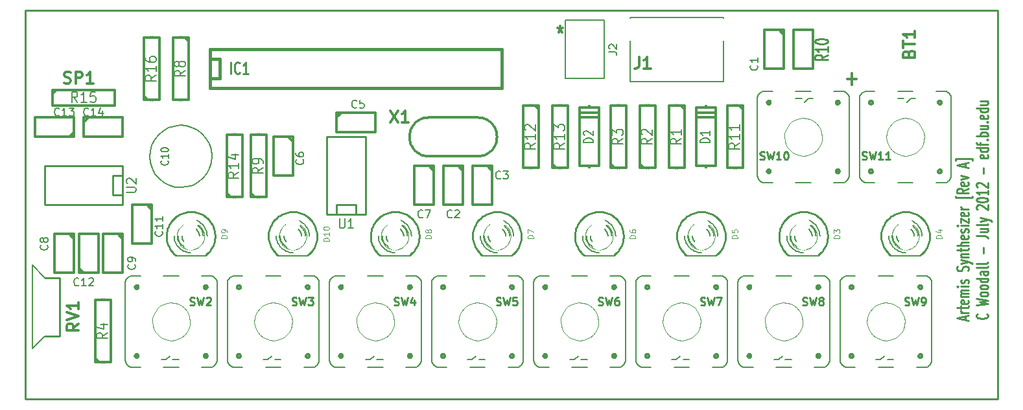
<source format=gto>
G04 (created by PCBNEW-RS274X (2011-nov-30)-testing) date Mon 02 Jul 2012 05:19:01 PM EDT*
%MOIN*%
G04 Gerber Fmt 3.4, Leading zero omitted, Abs format*
%FSLAX34Y34*%
G01*
G70*
G90*
G04 APERTURE LIST*
%ADD10C,0.0001*%
%ADD11C,0.012*%
%ADD12C,0.01*%
%ADD13C,0.008*%
%ADD14C,0.005*%
%ADD15C,0.003*%
%ADD16C,0.006*%
%ADD17C,0.0125*%
%ADD18C,0.015*%
%ADD19C,0.004*%
%ADD20C,0.0137*%
%ADD21C,0.0107*%
%ADD22C,0.0035*%
%ADD23C,0.0113*%
%ADD24C,0.066*%
%ADD25C,0.08*%
%ADD26C,0.1123*%
%ADD27R,0.061X0.061*%
%ADD28C,0.061*%
%ADD29R,0.066X0.066*%
%ADD30C,0.072*%
%ADD31C,0.062*%
%ADD32C,0.076*%
%ADD33R,0.076X0.076*%
%ADD34R,0.071X0.071*%
%ADD35C,0.071*%
%ADD36C,0.246*%
%ADD37C,0.091*%
G04 APERTURE END LIST*
G54D10*
G54D11*
X27501Y19226D02*
X27501Y19036D01*
X27358Y19112D02*
X27501Y19036D01*
X27643Y19112D01*
X27415Y18883D02*
X27501Y19036D01*
X27586Y18883D01*
G54D12*
X48321Y4096D02*
X48321Y4287D01*
X48493Y4058D02*
X47893Y4191D01*
X48493Y4325D01*
X48493Y4458D02*
X48093Y4458D01*
X48207Y4458D02*
X48150Y4477D01*
X48121Y4496D01*
X48093Y4534D01*
X48093Y4573D01*
X48093Y4649D02*
X48093Y4801D01*
X47893Y4706D02*
X48407Y4706D01*
X48464Y4725D01*
X48493Y4763D01*
X48493Y4801D01*
X48464Y5088D02*
X48493Y5050D01*
X48493Y4973D01*
X48464Y4935D01*
X48407Y4916D01*
X48179Y4916D01*
X48121Y4935D01*
X48093Y4973D01*
X48093Y5050D01*
X48121Y5088D01*
X48179Y5107D01*
X48236Y5107D01*
X48293Y4916D01*
X48493Y5278D02*
X48093Y5278D01*
X48150Y5278D02*
X48121Y5297D01*
X48093Y5335D01*
X48093Y5393D01*
X48121Y5431D01*
X48179Y5450D01*
X48493Y5450D01*
X48179Y5450D02*
X48121Y5469D01*
X48093Y5507D01*
X48093Y5564D01*
X48121Y5602D01*
X48179Y5621D01*
X48493Y5621D01*
X48493Y5811D02*
X48093Y5811D01*
X47893Y5811D02*
X47921Y5792D01*
X47950Y5811D01*
X47921Y5830D01*
X47893Y5811D01*
X47950Y5811D01*
X48464Y5982D02*
X48493Y6020D01*
X48493Y6096D01*
X48464Y6135D01*
X48407Y6154D01*
X48379Y6154D01*
X48321Y6135D01*
X48293Y6096D01*
X48293Y6039D01*
X48264Y6001D01*
X48207Y5982D01*
X48179Y5982D01*
X48121Y6001D01*
X48093Y6039D01*
X48093Y6096D01*
X48121Y6135D01*
X48464Y6611D02*
X48493Y6668D01*
X48493Y6764D01*
X48464Y6802D01*
X48436Y6821D01*
X48379Y6840D01*
X48321Y6840D01*
X48264Y6821D01*
X48236Y6802D01*
X48207Y6764D01*
X48179Y6687D01*
X48150Y6649D01*
X48121Y6630D01*
X48064Y6611D01*
X48007Y6611D01*
X47950Y6630D01*
X47921Y6649D01*
X47893Y6687D01*
X47893Y6783D01*
X47921Y6840D01*
X48093Y6973D02*
X48493Y7068D01*
X48093Y7164D02*
X48493Y7068D01*
X48636Y7030D01*
X48664Y7011D01*
X48693Y6973D01*
X48093Y7316D02*
X48493Y7316D01*
X48150Y7316D02*
X48121Y7335D01*
X48093Y7373D01*
X48093Y7431D01*
X48121Y7469D01*
X48179Y7488D01*
X48493Y7488D01*
X48093Y7621D02*
X48093Y7773D01*
X47893Y7678D02*
X48407Y7678D01*
X48464Y7697D01*
X48493Y7735D01*
X48493Y7773D01*
X48493Y7907D02*
X47893Y7907D01*
X48493Y8079D02*
X48179Y8079D01*
X48121Y8060D01*
X48093Y8022D01*
X48093Y7964D01*
X48121Y7926D01*
X48150Y7907D01*
X48464Y8422D02*
X48493Y8384D01*
X48493Y8307D01*
X48464Y8269D01*
X48407Y8250D01*
X48179Y8250D01*
X48121Y8269D01*
X48093Y8307D01*
X48093Y8384D01*
X48121Y8422D01*
X48179Y8441D01*
X48236Y8441D01*
X48293Y8250D01*
X48464Y8593D02*
X48493Y8631D01*
X48493Y8707D01*
X48464Y8746D01*
X48407Y8765D01*
X48379Y8765D01*
X48321Y8746D01*
X48293Y8707D01*
X48293Y8650D01*
X48264Y8612D01*
X48207Y8593D01*
X48179Y8593D01*
X48121Y8612D01*
X48093Y8650D01*
X48093Y8707D01*
X48121Y8746D01*
X48493Y8936D02*
X48093Y8936D01*
X47893Y8936D02*
X47921Y8917D01*
X47950Y8936D01*
X47921Y8955D01*
X47893Y8936D01*
X47950Y8936D01*
X48093Y9088D02*
X48093Y9298D01*
X48493Y9088D01*
X48493Y9298D01*
X48464Y9603D02*
X48493Y9565D01*
X48493Y9488D01*
X48464Y9450D01*
X48407Y9431D01*
X48179Y9431D01*
X48121Y9450D01*
X48093Y9488D01*
X48093Y9565D01*
X48121Y9603D01*
X48179Y9622D01*
X48236Y9622D01*
X48293Y9431D01*
X48493Y9793D02*
X48093Y9793D01*
X48207Y9793D02*
X48150Y9812D01*
X48121Y9831D01*
X48093Y9869D01*
X48093Y9908D01*
X48693Y10461D02*
X48693Y10365D01*
X47836Y10365D01*
X47836Y10461D01*
X48493Y10842D02*
X48207Y10708D01*
X48493Y10613D02*
X47893Y10613D01*
X47893Y10766D01*
X47921Y10804D01*
X47950Y10823D01*
X48007Y10842D01*
X48093Y10842D01*
X48150Y10823D01*
X48179Y10804D01*
X48207Y10766D01*
X48207Y10613D01*
X48464Y11166D02*
X48493Y11128D01*
X48493Y11051D01*
X48464Y11013D01*
X48407Y10994D01*
X48179Y10994D01*
X48121Y11013D01*
X48093Y11051D01*
X48093Y11128D01*
X48121Y11166D01*
X48179Y11185D01*
X48236Y11185D01*
X48293Y10994D01*
X48093Y11318D02*
X48493Y11413D01*
X48093Y11509D01*
X48321Y11947D02*
X48321Y12138D01*
X48493Y11909D02*
X47893Y12042D01*
X48493Y12176D01*
X48693Y12271D02*
X48693Y12366D01*
X47836Y12366D01*
X47836Y12271D01*
X49436Y4396D02*
X49464Y4377D01*
X49493Y4320D01*
X49493Y4282D01*
X49464Y4224D01*
X49407Y4186D01*
X49350Y4167D01*
X49236Y4148D01*
X49150Y4148D01*
X49036Y4167D01*
X48979Y4186D01*
X48921Y4224D01*
X48893Y4282D01*
X48893Y4320D01*
X48921Y4377D01*
X48950Y4396D01*
X48893Y4834D02*
X49493Y4929D01*
X49064Y5006D01*
X49493Y5082D01*
X48893Y5177D01*
X49493Y5386D02*
X49464Y5348D01*
X49436Y5329D01*
X49379Y5310D01*
X49207Y5310D01*
X49150Y5329D01*
X49121Y5348D01*
X49093Y5386D01*
X49093Y5444D01*
X49121Y5482D01*
X49150Y5501D01*
X49207Y5520D01*
X49379Y5520D01*
X49436Y5501D01*
X49464Y5482D01*
X49493Y5444D01*
X49493Y5386D01*
X49493Y5748D02*
X49464Y5710D01*
X49436Y5691D01*
X49379Y5672D01*
X49207Y5672D01*
X49150Y5691D01*
X49121Y5710D01*
X49093Y5748D01*
X49093Y5806D01*
X49121Y5844D01*
X49150Y5863D01*
X49207Y5882D01*
X49379Y5882D01*
X49436Y5863D01*
X49464Y5844D01*
X49493Y5806D01*
X49493Y5748D01*
X49493Y6225D02*
X48893Y6225D01*
X49464Y6225D02*
X49493Y6187D01*
X49493Y6110D01*
X49464Y6072D01*
X49436Y6053D01*
X49379Y6034D01*
X49207Y6034D01*
X49150Y6053D01*
X49121Y6072D01*
X49093Y6110D01*
X49093Y6187D01*
X49121Y6225D01*
X49493Y6587D02*
X49179Y6587D01*
X49121Y6568D01*
X49093Y6530D01*
X49093Y6453D01*
X49121Y6415D01*
X49464Y6587D02*
X49493Y6549D01*
X49493Y6453D01*
X49464Y6415D01*
X49407Y6396D01*
X49350Y6396D01*
X49293Y6415D01*
X49264Y6453D01*
X49264Y6549D01*
X49236Y6587D01*
X49493Y6834D02*
X49464Y6796D01*
X49407Y6777D01*
X48893Y6777D01*
X49493Y7044D02*
X49464Y7006D01*
X49407Y6987D01*
X48893Y6987D01*
X49264Y7502D02*
X49264Y7807D01*
X48893Y8417D02*
X49321Y8417D01*
X49407Y8397D01*
X49464Y8359D01*
X49493Y8302D01*
X49493Y8264D01*
X49093Y8779D02*
X49493Y8779D01*
X49093Y8607D02*
X49407Y8607D01*
X49464Y8626D01*
X49493Y8664D01*
X49493Y8722D01*
X49464Y8760D01*
X49436Y8779D01*
X49493Y9026D02*
X49464Y8988D01*
X49407Y8969D01*
X48893Y8969D01*
X49093Y9141D02*
X49493Y9236D01*
X49093Y9332D02*
X49493Y9236D01*
X49636Y9198D01*
X49664Y9179D01*
X49693Y9141D01*
X48950Y9770D02*
X48921Y9789D01*
X48893Y9827D01*
X48893Y9923D01*
X48921Y9961D01*
X48950Y9980D01*
X49007Y9999D01*
X49064Y9999D01*
X49150Y9980D01*
X49493Y9751D01*
X49493Y9999D01*
X48893Y10246D02*
X48893Y10285D01*
X48921Y10323D01*
X48950Y10342D01*
X49007Y10361D01*
X49121Y10380D01*
X49264Y10380D01*
X49379Y10361D01*
X49436Y10342D01*
X49464Y10323D01*
X49493Y10285D01*
X49493Y10246D01*
X49464Y10208D01*
X49436Y10189D01*
X49379Y10170D01*
X49264Y10151D01*
X49121Y10151D01*
X49007Y10170D01*
X48950Y10189D01*
X48921Y10208D01*
X48893Y10246D01*
X49493Y10761D02*
X49493Y10532D01*
X49493Y10646D02*
X48893Y10646D01*
X48979Y10608D01*
X49036Y10570D01*
X49064Y10532D01*
X48950Y10913D02*
X48921Y10932D01*
X48893Y10970D01*
X48893Y11066D01*
X48921Y11104D01*
X48950Y11123D01*
X49007Y11142D01*
X49064Y11142D01*
X49150Y11123D01*
X49493Y10894D01*
X49493Y11142D01*
X49264Y11618D02*
X49264Y11923D01*
X49464Y12571D02*
X49493Y12533D01*
X49493Y12456D01*
X49464Y12418D01*
X49407Y12399D01*
X49179Y12399D01*
X49121Y12418D01*
X49093Y12456D01*
X49093Y12533D01*
X49121Y12571D01*
X49179Y12590D01*
X49236Y12590D01*
X49293Y12399D01*
X49493Y12933D02*
X48893Y12933D01*
X49464Y12933D02*
X49493Y12895D01*
X49493Y12818D01*
X49464Y12780D01*
X49436Y12761D01*
X49379Y12742D01*
X49207Y12742D01*
X49150Y12761D01*
X49121Y12780D01*
X49093Y12818D01*
X49093Y12895D01*
X49121Y12933D01*
X49093Y13066D02*
X49093Y13218D01*
X49493Y13123D02*
X48979Y13123D01*
X48921Y13142D01*
X48893Y13180D01*
X48893Y13218D01*
X49436Y13352D02*
X49464Y13371D01*
X49493Y13352D01*
X49464Y13333D01*
X49436Y13352D01*
X49493Y13352D01*
X49493Y13542D02*
X48893Y13542D01*
X49121Y13542D02*
X49093Y13580D01*
X49093Y13657D01*
X49121Y13695D01*
X49150Y13714D01*
X49207Y13733D01*
X49379Y13733D01*
X49436Y13714D01*
X49464Y13695D01*
X49493Y13657D01*
X49493Y13580D01*
X49464Y13542D01*
X49093Y14076D02*
X49493Y14076D01*
X49093Y13904D02*
X49407Y13904D01*
X49464Y13923D01*
X49493Y13961D01*
X49493Y14019D01*
X49464Y14057D01*
X49436Y14076D01*
X49436Y14266D02*
X49464Y14285D01*
X49493Y14266D01*
X49464Y14247D01*
X49436Y14266D01*
X49493Y14266D01*
X49464Y14609D02*
X49493Y14571D01*
X49493Y14494D01*
X49464Y14456D01*
X49407Y14437D01*
X49179Y14437D01*
X49121Y14456D01*
X49093Y14494D01*
X49093Y14571D01*
X49121Y14609D01*
X49179Y14628D01*
X49236Y14628D01*
X49293Y14437D01*
X49493Y14971D02*
X48893Y14971D01*
X49464Y14971D02*
X49493Y14933D01*
X49493Y14856D01*
X49464Y14818D01*
X49436Y14799D01*
X49379Y14780D01*
X49207Y14780D01*
X49150Y14799D01*
X49121Y14818D01*
X49093Y14856D01*
X49093Y14933D01*
X49121Y14971D01*
X49093Y15333D02*
X49493Y15333D01*
X49093Y15161D02*
X49407Y15161D01*
X49464Y15180D01*
X49493Y15218D01*
X49493Y15276D01*
X49464Y15314D01*
X49436Y15333D01*
G54D11*
X42272Y16481D02*
X42729Y16481D01*
X42500Y16176D02*
X42500Y16786D01*
G54D12*
X50000Y20000D02*
X0Y20000D01*
X50000Y0D02*
X50000Y20000D01*
X0Y0D02*
X50000Y0D01*
X0Y20000D02*
X0Y0D01*
G54D13*
X35900Y19650D02*
X31100Y19650D01*
X31100Y19650D02*
X31100Y16350D01*
X31100Y16350D02*
X35900Y16350D01*
X35900Y16350D02*
X35900Y19650D01*
G54D14*
X31100Y16350D02*
X35900Y16350D01*
G54D13*
X350Y2600D02*
X350Y6900D01*
X1000Y3250D02*
X350Y2600D01*
X1000Y6250D02*
X350Y6900D01*
G54D12*
X1000Y3250D02*
X1750Y3250D01*
X1750Y6250D02*
X1000Y6250D01*
X1750Y3250D02*
X1750Y6250D01*
G54D11*
X39500Y19000D02*
X40500Y19000D01*
X40500Y19000D02*
X40500Y17000D01*
X40500Y17000D02*
X39500Y17000D01*
X39500Y17000D02*
X39500Y19000D01*
X26000Y15500D02*
X26000Y15100D01*
X26000Y15100D02*
X26400Y15100D01*
X26400Y15100D02*
X26400Y11900D01*
X26400Y11900D02*
X25600Y11900D01*
X25600Y11900D02*
X25600Y15100D01*
X25600Y15100D02*
X26000Y15100D01*
X26200Y15100D02*
X26400Y14900D01*
X26000Y11500D02*
X26000Y11900D01*
X27500Y11500D02*
X27500Y11900D01*
X27500Y11900D02*
X27100Y11900D01*
X27100Y11900D02*
X27100Y15100D01*
X27100Y15100D02*
X27900Y15100D01*
X27900Y15100D02*
X27900Y11900D01*
X27900Y11900D02*
X27500Y11900D01*
X27300Y11900D02*
X27100Y12100D01*
X27500Y15500D02*
X27500Y15100D01*
X36500Y15500D02*
X36500Y15100D01*
X36500Y15100D02*
X36900Y15100D01*
X36900Y15100D02*
X36900Y11900D01*
X36900Y11900D02*
X36100Y11900D01*
X36100Y11900D02*
X36100Y15100D01*
X36100Y15100D02*
X36500Y15100D01*
X36700Y15100D02*
X36900Y14900D01*
X36500Y11500D02*
X36500Y11900D01*
X33500Y15500D02*
X33500Y15100D01*
X33500Y15100D02*
X33900Y15100D01*
X33900Y15100D02*
X33900Y11900D01*
X33900Y11900D02*
X33100Y11900D01*
X33100Y11900D02*
X33100Y15100D01*
X33100Y15100D02*
X33500Y15100D01*
X33700Y15100D02*
X33900Y14900D01*
X33500Y11500D02*
X33500Y11900D01*
X12000Y10000D02*
X12000Y10400D01*
X12000Y10400D02*
X11600Y10400D01*
X11600Y10400D02*
X11600Y13600D01*
X11600Y13600D02*
X12400Y13600D01*
X12400Y13600D02*
X12400Y10400D01*
X12400Y10400D02*
X12000Y10400D01*
X11800Y10400D02*
X11600Y10600D01*
X12000Y14000D02*
X12000Y13600D01*
X10750Y10000D02*
X10750Y10400D01*
X10750Y10400D02*
X10350Y10400D01*
X10350Y10400D02*
X10350Y13600D01*
X10350Y13600D02*
X11150Y13600D01*
X11150Y13600D02*
X11150Y10400D01*
X11150Y10400D02*
X10750Y10400D01*
X10550Y10400D02*
X10350Y10600D01*
X10750Y14000D02*
X10750Y13600D01*
X8000Y19000D02*
X8000Y18600D01*
X8000Y18600D02*
X8400Y18600D01*
X8400Y18600D02*
X8400Y15400D01*
X8400Y15400D02*
X7600Y15400D01*
X7600Y15400D02*
X7600Y18600D01*
X7600Y18600D02*
X8000Y18600D01*
X8200Y18600D02*
X8400Y18400D01*
X8000Y15000D02*
X8000Y15400D01*
X1000Y15500D02*
X1400Y15500D01*
X1400Y15500D02*
X1400Y15900D01*
X1400Y15900D02*
X4600Y15900D01*
X4600Y15900D02*
X4600Y15100D01*
X4600Y15100D02*
X1400Y15100D01*
X1400Y15100D02*
X1400Y15500D01*
X1400Y15700D02*
X1600Y15900D01*
X5000Y15500D02*
X4600Y15500D01*
X6500Y15000D02*
X6500Y15400D01*
X6500Y15400D02*
X6100Y15400D01*
X6100Y15400D02*
X6100Y18600D01*
X6100Y18600D02*
X6900Y18600D01*
X6900Y18600D02*
X6900Y15400D01*
X6900Y15400D02*
X6500Y15400D01*
X6300Y15400D02*
X6100Y15600D01*
X6500Y19000D02*
X6500Y18600D01*
X32000Y11500D02*
X32000Y11900D01*
X32000Y11900D02*
X31600Y11900D01*
X31600Y11900D02*
X31600Y15100D01*
X31600Y15100D02*
X32400Y15100D01*
X32400Y15100D02*
X32400Y11900D01*
X32400Y11900D02*
X32000Y11900D01*
X31800Y11900D02*
X31600Y12100D01*
X32000Y15500D02*
X32000Y15100D01*
X30500Y11500D02*
X30500Y11900D01*
X30500Y11900D02*
X30100Y11900D01*
X30100Y11900D02*
X30100Y15100D01*
X30100Y15100D02*
X30900Y15100D01*
X30900Y15100D02*
X30900Y11900D01*
X30900Y11900D02*
X30500Y11900D01*
X30300Y11900D02*
X30100Y12100D01*
X30500Y15500D02*
X30500Y15100D01*
G54D13*
X27750Y16500D02*
X27750Y19500D01*
X29750Y19500D02*
X29750Y16500D01*
X29750Y16500D02*
X27750Y16500D01*
X27750Y19500D02*
X29750Y19500D01*
X39250Y7380D02*
X40750Y7380D01*
G54D15*
X40707Y8400D02*
X40693Y8263D01*
X40653Y8131D01*
X40588Y8009D01*
X40501Y7902D01*
X40395Y7814D01*
X40273Y7749D01*
X40142Y7708D01*
X40004Y7694D01*
X39868Y7706D01*
X39736Y7745D01*
X39613Y7809D01*
X39506Y7895D01*
X39417Y8001D01*
X39351Y8122D01*
X39309Y8254D01*
X39294Y8391D01*
X39305Y8527D01*
X39343Y8660D01*
X39406Y8782D01*
X39492Y8891D01*
X39597Y8980D01*
X39717Y9047D01*
X39849Y9090D01*
X39986Y9106D01*
X40122Y9096D01*
X40255Y9059D01*
X40378Y8996D01*
X40487Y8911D01*
X40577Y8807D01*
X40645Y8687D01*
X40689Y8556D01*
X40706Y8419D01*
X40707Y8400D01*
G54D12*
X40750Y7401D02*
X40834Y7470D01*
X40912Y7546D01*
X40983Y7629D01*
X41047Y7718D01*
X41102Y7812D01*
X41149Y7910D01*
X41188Y8012D01*
X41217Y8117D01*
X41237Y8224D01*
X41248Y8333D01*
X41249Y8441D01*
X41240Y8550D01*
X41223Y8657D01*
X41196Y8763D01*
X41159Y8866D01*
X41114Y8965D01*
X41061Y9060D01*
X40999Y9150D01*
X40930Y9234D01*
X40854Y9312D01*
X40771Y9383D01*
X40682Y9447D01*
X40588Y9502D01*
X40490Y9549D01*
X40388Y9588D01*
X40283Y9617D01*
X40176Y9637D01*
X40067Y9648D01*
X39959Y9649D01*
X39850Y9640D01*
X39743Y9623D01*
X39637Y9596D01*
X39534Y9559D01*
X39435Y9514D01*
X39340Y9461D01*
X39250Y9399D01*
X39166Y9330D01*
X39088Y9254D01*
X39017Y9171D01*
X38953Y9082D01*
X38898Y8988D01*
X38851Y8890D01*
X38812Y8788D01*
X38783Y8683D01*
X38763Y8576D01*
X38752Y8467D01*
X38751Y8359D01*
X38760Y8250D01*
X38777Y8143D01*
X38804Y8037D01*
X38841Y7934D01*
X38886Y7835D01*
X38939Y7740D01*
X39001Y7650D01*
X39070Y7566D01*
X39146Y7488D01*
X39229Y7417D01*
X39250Y7401D01*
G54D16*
X40450Y8400D02*
X40448Y8439D01*
X40443Y8478D01*
X40434Y8516D01*
X40422Y8553D01*
X40407Y8590D01*
X40389Y8624D01*
X40368Y8658D01*
X40344Y8689D01*
X40318Y8718D01*
X40289Y8744D01*
X40258Y8768D01*
X40225Y8789D01*
X40190Y8807D01*
X40153Y8822D01*
X40116Y8834D01*
X40078Y8843D01*
X40039Y8848D01*
X40000Y8850D01*
X39550Y8400D02*
X39552Y8361D01*
X39557Y8322D01*
X39566Y8284D01*
X39578Y8247D01*
X39593Y8210D01*
X39611Y8176D01*
X39632Y8142D01*
X39656Y8111D01*
X39682Y8082D01*
X39711Y8056D01*
X39742Y8032D01*
X39776Y8011D01*
X39810Y7993D01*
X39847Y7978D01*
X39884Y7966D01*
X39922Y7957D01*
X39961Y7952D01*
X40000Y7950D01*
X40650Y8400D02*
X40647Y8456D01*
X40640Y8512D01*
X40627Y8568D01*
X40610Y8622D01*
X40589Y8674D01*
X40562Y8724D01*
X40532Y8772D01*
X40497Y8817D01*
X40459Y8859D01*
X40417Y8897D01*
X40372Y8932D01*
X40325Y8962D01*
X40274Y8989D01*
X40222Y9010D01*
X40168Y9027D01*
X40112Y9040D01*
X40056Y9047D01*
X40000Y9050D01*
X39350Y8400D02*
X39353Y8344D01*
X39360Y8288D01*
X39373Y8232D01*
X39390Y8178D01*
X39411Y8126D01*
X39438Y8076D01*
X39468Y8028D01*
X39503Y7983D01*
X39541Y7941D01*
X39583Y7903D01*
X39628Y7868D01*
X39676Y7838D01*
X39726Y7811D01*
X39778Y7790D01*
X39832Y7773D01*
X39888Y7760D01*
X39944Y7753D01*
X40000Y7750D01*
X40850Y8400D02*
X40846Y8474D01*
X40837Y8547D01*
X40821Y8619D01*
X40798Y8690D01*
X40770Y8759D01*
X40736Y8824D01*
X40696Y8887D01*
X40651Y8946D01*
X40601Y9001D01*
X40546Y9051D01*
X40487Y9096D01*
X40425Y9136D01*
X40359Y9170D01*
X40290Y9198D01*
X40219Y9221D01*
X40147Y9237D01*
X40074Y9246D01*
X40000Y9250D01*
X39150Y8400D02*
X39154Y8326D01*
X39163Y8253D01*
X39179Y8181D01*
X39202Y8110D01*
X39230Y8041D01*
X39264Y7976D01*
X39304Y7913D01*
X39349Y7854D01*
X39399Y7799D01*
X39454Y7749D01*
X39513Y7704D01*
X39576Y7664D01*
X39641Y7630D01*
X39710Y7602D01*
X39781Y7579D01*
X39853Y7563D01*
X39926Y7554D01*
X40000Y7550D01*
G54D13*
X34000Y7380D02*
X35500Y7380D01*
G54D15*
X35457Y8400D02*
X35443Y8263D01*
X35403Y8131D01*
X35338Y8009D01*
X35251Y7902D01*
X35145Y7814D01*
X35023Y7749D01*
X34892Y7708D01*
X34754Y7694D01*
X34618Y7706D01*
X34486Y7745D01*
X34363Y7809D01*
X34256Y7895D01*
X34167Y8001D01*
X34101Y8122D01*
X34059Y8254D01*
X34044Y8391D01*
X34055Y8527D01*
X34093Y8660D01*
X34156Y8782D01*
X34242Y8891D01*
X34347Y8980D01*
X34467Y9047D01*
X34599Y9090D01*
X34736Y9106D01*
X34872Y9096D01*
X35005Y9059D01*
X35128Y8996D01*
X35237Y8911D01*
X35327Y8807D01*
X35395Y8687D01*
X35439Y8556D01*
X35456Y8419D01*
X35457Y8400D01*
G54D12*
X35500Y7401D02*
X35584Y7470D01*
X35662Y7546D01*
X35733Y7629D01*
X35797Y7718D01*
X35852Y7812D01*
X35899Y7910D01*
X35938Y8012D01*
X35967Y8117D01*
X35987Y8224D01*
X35998Y8333D01*
X35999Y8441D01*
X35990Y8550D01*
X35973Y8657D01*
X35946Y8763D01*
X35909Y8866D01*
X35864Y8965D01*
X35811Y9060D01*
X35749Y9150D01*
X35680Y9234D01*
X35604Y9312D01*
X35521Y9383D01*
X35432Y9447D01*
X35338Y9502D01*
X35240Y9549D01*
X35138Y9588D01*
X35033Y9617D01*
X34926Y9637D01*
X34817Y9648D01*
X34709Y9649D01*
X34600Y9640D01*
X34493Y9623D01*
X34387Y9596D01*
X34284Y9559D01*
X34185Y9514D01*
X34090Y9461D01*
X34000Y9399D01*
X33916Y9330D01*
X33838Y9254D01*
X33767Y9171D01*
X33703Y9082D01*
X33648Y8988D01*
X33601Y8890D01*
X33562Y8788D01*
X33533Y8683D01*
X33513Y8576D01*
X33502Y8467D01*
X33501Y8359D01*
X33510Y8250D01*
X33527Y8143D01*
X33554Y8037D01*
X33591Y7934D01*
X33636Y7835D01*
X33689Y7740D01*
X33751Y7650D01*
X33820Y7566D01*
X33896Y7488D01*
X33979Y7417D01*
X34000Y7401D01*
G54D16*
X35200Y8400D02*
X35198Y8439D01*
X35193Y8478D01*
X35184Y8516D01*
X35172Y8553D01*
X35157Y8590D01*
X35139Y8624D01*
X35118Y8658D01*
X35094Y8689D01*
X35068Y8718D01*
X35039Y8744D01*
X35008Y8768D01*
X34975Y8789D01*
X34940Y8807D01*
X34903Y8822D01*
X34866Y8834D01*
X34828Y8843D01*
X34789Y8848D01*
X34750Y8850D01*
X34300Y8400D02*
X34302Y8361D01*
X34307Y8322D01*
X34316Y8284D01*
X34328Y8247D01*
X34343Y8210D01*
X34361Y8176D01*
X34382Y8142D01*
X34406Y8111D01*
X34432Y8082D01*
X34461Y8056D01*
X34492Y8032D01*
X34526Y8011D01*
X34560Y7993D01*
X34597Y7978D01*
X34634Y7966D01*
X34672Y7957D01*
X34711Y7952D01*
X34750Y7950D01*
X35400Y8400D02*
X35397Y8456D01*
X35390Y8512D01*
X35377Y8568D01*
X35360Y8622D01*
X35339Y8674D01*
X35312Y8724D01*
X35282Y8772D01*
X35247Y8817D01*
X35209Y8859D01*
X35167Y8897D01*
X35122Y8932D01*
X35075Y8962D01*
X35024Y8989D01*
X34972Y9010D01*
X34918Y9027D01*
X34862Y9040D01*
X34806Y9047D01*
X34750Y9050D01*
X34100Y8400D02*
X34103Y8344D01*
X34110Y8288D01*
X34123Y8232D01*
X34140Y8178D01*
X34161Y8126D01*
X34188Y8076D01*
X34218Y8028D01*
X34253Y7983D01*
X34291Y7941D01*
X34333Y7903D01*
X34378Y7868D01*
X34426Y7838D01*
X34476Y7811D01*
X34528Y7790D01*
X34582Y7773D01*
X34638Y7760D01*
X34694Y7753D01*
X34750Y7750D01*
X35600Y8400D02*
X35596Y8474D01*
X35587Y8547D01*
X35571Y8619D01*
X35548Y8690D01*
X35520Y8759D01*
X35486Y8824D01*
X35446Y8887D01*
X35401Y8946D01*
X35351Y9001D01*
X35296Y9051D01*
X35237Y9096D01*
X35175Y9136D01*
X35109Y9170D01*
X35040Y9198D01*
X34969Y9221D01*
X34897Y9237D01*
X34824Y9246D01*
X34750Y9250D01*
X33900Y8400D02*
X33904Y8326D01*
X33913Y8253D01*
X33929Y8181D01*
X33952Y8110D01*
X33980Y8041D01*
X34014Y7976D01*
X34054Y7913D01*
X34099Y7854D01*
X34149Y7799D01*
X34204Y7749D01*
X34263Y7704D01*
X34326Y7664D01*
X34391Y7630D01*
X34460Y7602D01*
X34531Y7579D01*
X34603Y7563D01*
X34676Y7554D01*
X34750Y7550D01*
G54D13*
X23500Y7380D02*
X25000Y7380D01*
G54D15*
X24957Y8400D02*
X24943Y8263D01*
X24903Y8131D01*
X24838Y8009D01*
X24751Y7902D01*
X24645Y7814D01*
X24523Y7749D01*
X24392Y7708D01*
X24254Y7694D01*
X24118Y7706D01*
X23986Y7745D01*
X23863Y7809D01*
X23756Y7895D01*
X23667Y8001D01*
X23601Y8122D01*
X23559Y8254D01*
X23544Y8391D01*
X23555Y8527D01*
X23593Y8660D01*
X23656Y8782D01*
X23742Y8891D01*
X23847Y8980D01*
X23967Y9047D01*
X24099Y9090D01*
X24236Y9106D01*
X24372Y9096D01*
X24505Y9059D01*
X24628Y8996D01*
X24737Y8911D01*
X24827Y8807D01*
X24895Y8687D01*
X24939Y8556D01*
X24956Y8419D01*
X24957Y8400D01*
G54D12*
X25000Y7401D02*
X25084Y7470D01*
X25162Y7546D01*
X25233Y7629D01*
X25297Y7718D01*
X25352Y7812D01*
X25399Y7910D01*
X25438Y8012D01*
X25467Y8117D01*
X25487Y8224D01*
X25498Y8333D01*
X25499Y8441D01*
X25490Y8550D01*
X25473Y8657D01*
X25446Y8763D01*
X25409Y8866D01*
X25364Y8965D01*
X25311Y9060D01*
X25249Y9150D01*
X25180Y9234D01*
X25104Y9312D01*
X25021Y9383D01*
X24932Y9447D01*
X24838Y9502D01*
X24740Y9549D01*
X24638Y9588D01*
X24533Y9617D01*
X24426Y9637D01*
X24317Y9648D01*
X24209Y9649D01*
X24100Y9640D01*
X23993Y9623D01*
X23887Y9596D01*
X23784Y9559D01*
X23685Y9514D01*
X23590Y9461D01*
X23500Y9399D01*
X23416Y9330D01*
X23338Y9254D01*
X23267Y9171D01*
X23203Y9082D01*
X23148Y8988D01*
X23101Y8890D01*
X23062Y8788D01*
X23033Y8683D01*
X23013Y8576D01*
X23002Y8467D01*
X23001Y8359D01*
X23010Y8250D01*
X23027Y8143D01*
X23054Y8037D01*
X23091Y7934D01*
X23136Y7835D01*
X23189Y7740D01*
X23251Y7650D01*
X23320Y7566D01*
X23396Y7488D01*
X23479Y7417D01*
X23500Y7401D01*
G54D16*
X24700Y8400D02*
X24698Y8439D01*
X24693Y8478D01*
X24684Y8516D01*
X24672Y8553D01*
X24657Y8590D01*
X24639Y8624D01*
X24618Y8658D01*
X24594Y8689D01*
X24568Y8718D01*
X24539Y8744D01*
X24508Y8768D01*
X24475Y8789D01*
X24440Y8807D01*
X24403Y8822D01*
X24366Y8834D01*
X24328Y8843D01*
X24289Y8848D01*
X24250Y8850D01*
X23800Y8400D02*
X23802Y8361D01*
X23807Y8322D01*
X23816Y8284D01*
X23828Y8247D01*
X23843Y8210D01*
X23861Y8176D01*
X23882Y8142D01*
X23906Y8111D01*
X23932Y8082D01*
X23961Y8056D01*
X23992Y8032D01*
X24026Y8011D01*
X24060Y7993D01*
X24097Y7978D01*
X24134Y7966D01*
X24172Y7957D01*
X24211Y7952D01*
X24250Y7950D01*
X24900Y8400D02*
X24897Y8456D01*
X24890Y8512D01*
X24877Y8568D01*
X24860Y8622D01*
X24839Y8674D01*
X24812Y8724D01*
X24782Y8772D01*
X24747Y8817D01*
X24709Y8859D01*
X24667Y8897D01*
X24622Y8932D01*
X24575Y8962D01*
X24524Y8989D01*
X24472Y9010D01*
X24418Y9027D01*
X24362Y9040D01*
X24306Y9047D01*
X24250Y9050D01*
X23600Y8400D02*
X23603Y8344D01*
X23610Y8288D01*
X23623Y8232D01*
X23640Y8178D01*
X23661Y8126D01*
X23688Y8076D01*
X23718Y8028D01*
X23753Y7983D01*
X23791Y7941D01*
X23833Y7903D01*
X23878Y7868D01*
X23926Y7838D01*
X23976Y7811D01*
X24028Y7790D01*
X24082Y7773D01*
X24138Y7760D01*
X24194Y7753D01*
X24250Y7750D01*
X25100Y8400D02*
X25096Y8474D01*
X25087Y8547D01*
X25071Y8619D01*
X25048Y8690D01*
X25020Y8759D01*
X24986Y8824D01*
X24946Y8887D01*
X24901Y8946D01*
X24851Y9001D01*
X24796Y9051D01*
X24737Y9096D01*
X24675Y9136D01*
X24609Y9170D01*
X24540Y9198D01*
X24469Y9221D01*
X24397Y9237D01*
X24324Y9246D01*
X24250Y9250D01*
X23400Y8400D02*
X23404Y8326D01*
X23413Y8253D01*
X23429Y8181D01*
X23452Y8110D01*
X23480Y8041D01*
X23514Y7976D01*
X23554Y7913D01*
X23599Y7854D01*
X23649Y7799D01*
X23704Y7749D01*
X23763Y7704D01*
X23826Y7664D01*
X23891Y7630D01*
X23960Y7602D01*
X24031Y7579D01*
X24103Y7563D01*
X24176Y7554D01*
X24250Y7550D01*
G54D13*
X7750Y7380D02*
X9250Y7380D01*
G54D15*
X9207Y8400D02*
X9193Y8263D01*
X9153Y8131D01*
X9088Y8009D01*
X9001Y7902D01*
X8895Y7814D01*
X8773Y7749D01*
X8642Y7708D01*
X8504Y7694D01*
X8368Y7706D01*
X8236Y7745D01*
X8113Y7809D01*
X8006Y7895D01*
X7917Y8001D01*
X7851Y8122D01*
X7809Y8254D01*
X7794Y8391D01*
X7805Y8527D01*
X7843Y8660D01*
X7906Y8782D01*
X7992Y8891D01*
X8097Y8980D01*
X8217Y9047D01*
X8349Y9090D01*
X8486Y9106D01*
X8622Y9096D01*
X8755Y9059D01*
X8878Y8996D01*
X8987Y8911D01*
X9077Y8807D01*
X9145Y8687D01*
X9189Y8556D01*
X9206Y8419D01*
X9207Y8400D01*
G54D12*
X9250Y7401D02*
X9334Y7470D01*
X9412Y7546D01*
X9483Y7629D01*
X9547Y7718D01*
X9602Y7812D01*
X9649Y7910D01*
X9688Y8012D01*
X9717Y8117D01*
X9737Y8224D01*
X9748Y8333D01*
X9749Y8441D01*
X9740Y8550D01*
X9723Y8657D01*
X9696Y8763D01*
X9659Y8866D01*
X9614Y8965D01*
X9561Y9060D01*
X9499Y9150D01*
X9430Y9234D01*
X9354Y9312D01*
X9271Y9383D01*
X9182Y9447D01*
X9088Y9502D01*
X8990Y9549D01*
X8888Y9588D01*
X8783Y9617D01*
X8676Y9637D01*
X8567Y9648D01*
X8459Y9649D01*
X8350Y9640D01*
X8243Y9623D01*
X8137Y9596D01*
X8034Y9559D01*
X7935Y9514D01*
X7840Y9461D01*
X7750Y9399D01*
X7666Y9330D01*
X7588Y9254D01*
X7517Y9171D01*
X7453Y9082D01*
X7398Y8988D01*
X7351Y8890D01*
X7312Y8788D01*
X7283Y8683D01*
X7263Y8576D01*
X7252Y8467D01*
X7251Y8359D01*
X7260Y8250D01*
X7277Y8143D01*
X7304Y8037D01*
X7341Y7934D01*
X7386Y7835D01*
X7439Y7740D01*
X7501Y7650D01*
X7570Y7566D01*
X7646Y7488D01*
X7729Y7417D01*
X7750Y7401D01*
G54D16*
X8950Y8400D02*
X8948Y8439D01*
X8943Y8478D01*
X8934Y8516D01*
X8922Y8553D01*
X8907Y8590D01*
X8889Y8624D01*
X8868Y8658D01*
X8844Y8689D01*
X8818Y8718D01*
X8789Y8744D01*
X8758Y8768D01*
X8725Y8789D01*
X8690Y8807D01*
X8653Y8822D01*
X8616Y8834D01*
X8578Y8843D01*
X8539Y8848D01*
X8500Y8850D01*
X8050Y8400D02*
X8052Y8361D01*
X8057Y8322D01*
X8066Y8284D01*
X8078Y8247D01*
X8093Y8210D01*
X8111Y8176D01*
X8132Y8142D01*
X8156Y8111D01*
X8182Y8082D01*
X8211Y8056D01*
X8242Y8032D01*
X8276Y8011D01*
X8310Y7993D01*
X8347Y7978D01*
X8384Y7966D01*
X8422Y7957D01*
X8461Y7952D01*
X8500Y7950D01*
X9150Y8400D02*
X9147Y8456D01*
X9140Y8512D01*
X9127Y8568D01*
X9110Y8622D01*
X9089Y8674D01*
X9062Y8724D01*
X9032Y8772D01*
X8997Y8817D01*
X8959Y8859D01*
X8917Y8897D01*
X8872Y8932D01*
X8825Y8962D01*
X8774Y8989D01*
X8722Y9010D01*
X8668Y9027D01*
X8612Y9040D01*
X8556Y9047D01*
X8500Y9050D01*
X7850Y8400D02*
X7853Y8344D01*
X7860Y8288D01*
X7873Y8232D01*
X7890Y8178D01*
X7911Y8126D01*
X7938Y8076D01*
X7968Y8028D01*
X8003Y7983D01*
X8041Y7941D01*
X8083Y7903D01*
X8128Y7868D01*
X8176Y7838D01*
X8226Y7811D01*
X8278Y7790D01*
X8332Y7773D01*
X8388Y7760D01*
X8444Y7753D01*
X8500Y7750D01*
X9350Y8400D02*
X9346Y8474D01*
X9337Y8547D01*
X9321Y8619D01*
X9298Y8690D01*
X9270Y8759D01*
X9236Y8824D01*
X9196Y8887D01*
X9151Y8946D01*
X9101Y9001D01*
X9046Y9051D01*
X8987Y9096D01*
X8925Y9136D01*
X8859Y9170D01*
X8790Y9198D01*
X8719Y9221D01*
X8647Y9237D01*
X8574Y9246D01*
X8500Y9250D01*
X7650Y8400D02*
X7654Y8326D01*
X7663Y8253D01*
X7679Y8181D01*
X7702Y8110D01*
X7730Y8041D01*
X7764Y7976D01*
X7804Y7913D01*
X7849Y7854D01*
X7899Y7799D01*
X7954Y7749D01*
X8013Y7704D01*
X8076Y7664D01*
X8141Y7630D01*
X8210Y7602D01*
X8281Y7579D01*
X8353Y7563D01*
X8426Y7554D01*
X8500Y7550D01*
G54D13*
X13000Y7380D02*
X14500Y7380D01*
G54D15*
X14457Y8400D02*
X14443Y8263D01*
X14403Y8131D01*
X14338Y8009D01*
X14251Y7902D01*
X14145Y7814D01*
X14023Y7749D01*
X13892Y7708D01*
X13754Y7694D01*
X13618Y7706D01*
X13486Y7745D01*
X13363Y7809D01*
X13256Y7895D01*
X13167Y8001D01*
X13101Y8122D01*
X13059Y8254D01*
X13044Y8391D01*
X13055Y8527D01*
X13093Y8660D01*
X13156Y8782D01*
X13242Y8891D01*
X13347Y8980D01*
X13467Y9047D01*
X13599Y9090D01*
X13736Y9106D01*
X13872Y9096D01*
X14005Y9059D01*
X14128Y8996D01*
X14237Y8911D01*
X14327Y8807D01*
X14395Y8687D01*
X14439Y8556D01*
X14456Y8419D01*
X14457Y8400D01*
G54D12*
X14500Y7401D02*
X14584Y7470D01*
X14662Y7546D01*
X14733Y7629D01*
X14797Y7718D01*
X14852Y7812D01*
X14899Y7910D01*
X14938Y8012D01*
X14967Y8117D01*
X14987Y8224D01*
X14998Y8333D01*
X14999Y8441D01*
X14990Y8550D01*
X14973Y8657D01*
X14946Y8763D01*
X14909Y8866D01*
X14864Y8965D01*
X14811Y9060D01*
X14749Y9150D01*
X14680Y9234D01*
X14604Y9312D01*
X14521Y9383D01*
X14432Y9447D01*
X14338Y9502D01*
X14240Y9549D01*
X14138Y9588D01*
X14033Y9617D01*
X13926Y9637D01*
X13817Y9648D01*
X13709Y9649D01*
X13600Y9640D01*
X13493Y9623D01*
X13387Y9596D01*
X13284Y9559D01*
X13185Y9514D01*
X13090Y9461D01*
X13000Y9399D01*
X12916Y9330D01*
X12838Y9254D01*
X12767Y9171D01*
X12703Y9082D01*
X12648Y8988D01*
X12601Y8890D01*
X12562Y8788D01*
X12533Y8683D01*
X12513Y8576D01*
X12502Y8467D01*
X12501Y8359D01*
X12510Y8250D01*
X12527Y8143D01*
X12554Y8037D01*
X12591Y7934D01*
X12636Y7835D01*
X12689Y7740D01*
X12751Y7650D01*
X12820Y7566D01*
X12896Y7488D01*
X12979Y7417D01*
X13000Y7401D01*
G54D16*
X14200Y8400D02*
X14198Y8439D01*
X14193Y8478D01*
X14184Y8516D01*
X14172Y8553D01*
X14157Y8590D01*
X14139Y8624D01*
X14118Y8658D01*
X14094Y8689D01*
X14068Y8718D01*
X14039Y8744D01*
X14008Y8768D01*
X13975Y8789D01*
X13940Y8807D01*
X13903Y8822D01*
X13866Y8834D01*
X13828Y8843D01*
X13789Y8848D01*
X13750Y8850D01*
X13300Y8400D02*
X13302Y8361D01*
X13307Y8322D01*
X13316Y8284D01*
X13328Y8247D01*
X13343Y8210D01*
X13361Y8176D01*
X13382Y8142D01*
X13406Y8111D01*
X13432Y8082D01*
X13461Y8056D01*
X13492Y8032D01*
X13526Y8011D01*
X13560Y7993D01*
X13597Y7978D01*
X13634Y7966D01*
X13672Y7957D01*
X13711Y7952D01*
X13750Y7950D01*
X14400Y8400D02*
X14397Y8456D01*
X14390Y8512D01*
X14377Y8568D01*
X14360Y8622D01*
X14339Y8674D01*
X14312Y8724D01*
X14282Y8772D01*
X14247Y8817D01*
X14209Y8859D01*
X14167Y8897D01*
X14122Y8932D01*
X14075Y8962D01*
X14024Y8989D01*
X13972Y9010D01*
X13918Y9027D01*
X13862Y9040D01*
X13806Y9047D01*
X13750Y9050D01*
X13100Y8400D02*
X13103Y8344D01*
X13110Y8288D01*
X13123Y8232D01*
X13140Y8178D01*
X13161Y8126D01*
X13188Y8076D01*
X13218Y8028D01*
X13253Y7983D01*
X13291Y7941D01*
X13333Y7903D01*
X13378Y7868D01*
X13426Y7838D01*
X13476Y7811D01*
X13528Y7790D01*
X13582Y7773D01*
X13638Y7760D01*
X13694Y7753D01*
X13750Y7750D01*
X14600Y8400D02*
X14596Y8474D01*
X14587Y8547D01*
X14571Y8619D01*
X14548Y8690D01*
X14520Y8759D01*
X14486Y8824D01*
X14446Y8887D01*
X14401Y8946D01*
X14351Y9001D01*
X14296Y9051D01*
X14237Y9096D01*
X14175Y9136D01*
X14109Y9170D01*
X14040Y9198D01*
X13969Y9221D01*
X13897Y9237D01*
X13824Y9246D01*
X13750Y9250D01*
X12900Y8400D02*
X12904Y8326D01*
X12913Y8253D01*
X12929Y8181D01*
X12952Y8110D01*
X12980Y8041D01*
X13014Y7976D01*
X13054Y7913D01*
X13099Y7854D01*
X13149Y7799D01*
X13204Y7749D01*
X13263Y7704D01*
X13326Y7664D01*
X13391Y7630D01*
X13460Y7602D01*
X13531Y7579D01*
X13603Y7563D01*
X13676Y7554D01*
X13750Y7550D01*
G54D13*
X18250Y7380D02*
X19750Y7380D01*
G54D15*
X19707Y8400D02*
X19693Y8263D01*
X19653Y8131D01*
X19588Y8009D01*
X19501Y7902D01*
X19395Y7814D01*
X19273Y7749D01*
X19142Y7708D01*
X19004Y7694D01*
X18868Y7706D01*
X18736Y7745D01*
X18613Y7809D01*
X18506Y7895D01*
X18417Y8001D01*
X18351Y8122D01*
X18309Y8254D01*
X18294Y8391D01*
X18305Y8527D01*
X18343Y8660D01*
X18406Y8782D01*
X18492Y8891D01*
X18597Y8980D01*
X18717Y9047D01*
X18849Y9090D01*
X18986Y9106D01*
X19122Y9096D01*
X19255Y9059D01*
X19378Y8996D01*
X19487Y8911D01*
X19577Y8807D01*
X19645Y8687D01*
X19689Y8556D01*
X19706Y8419D01*
X19707Y8400D01*
G54D12*
X19750Y7401D02*
X19834Y7470D01*
X19912Y7546D01*
X19983Y7629D01*
X20047Y7718D01*
X20102Y7812D01*
X20149Y7910D01*
X20188Y8012D01*
X20217Y8117D01*
X20237Y8224D01*
X20248Y8333D01*
X20249Y8441D01*
X20240Y8550D01*
X20223Y8657D01*
X20196Y8763D01*
X20159Y8866D01*
X20114Y8965D01*
X20061Y9060D01*
X19999Y9150D01*
X19930Y9234D01*
X19854Y9312D01*
X19771Y9383D01*
X19682Y9447D01*
X19588Y9502D01*
X19490Y9549D01*
X19388Y9588D01*
X19283Y9617D01*
X19176Y9637D01*
X19067Y9648D01*
X18959Y9649D01*
X18850Y9640D01*
X18743Y9623D01*
X18637Y9596D01*
X18534Y9559D01*
X18435Y9514D01*
X18340Y9461D01*
X18250Y9399D01*
X18166Y9330D01*
X18088Y9254D01*
X18017Y9171D01*
X17953Y9082D01*
X17898Y8988D01*
X17851Y8890D01*
X17812Y8788D01*
X17783Y8683D01*
X17763Y8576D01*
X17752Y8467D01*
X17751Y8359D01*
X17760Y8250D01*
X17777Y8143D01*
X17804Y8037D01*
X17841Y7934D01*
X17886Y7835D01*
X17939Y7740D01*
X18001Y7650D01*
X18070Y7566D01*
X18146Y7488D01*
X18229Y7417D01*
X18250Y7401D01*
G54D16*
X19450Y8400D02*
X19448Y8439D01*
X19443Y8478D01*
X19434Y8516D01*
X19422Y8553D01*
X19407Y8590D01*
X19389Y8624D01*
X19368Y8658D01*
X19344Y8689D01*
X19318Y8718D01*
X19289Y8744D01*
X19258Y8768D01*
X19225Y8789D01*
X19190Y8807D01*
X19153Y8822D01*
X19116Y8834D01*
X19078Y8843D01*
X19039Y8848D01*
X19000Y8850D01*
X18550Y8400D02*
X18552Y8361D01*
X18557Y8322D01*
X18566Y8284D01*
X18578Y8247D01*
X18593Y8210D01*
X18611Y8176D01*
X18632Y8142D01*
X18656Y8111D01*
X18682Y8082D01*
X18711Y8056D01*
X18742Y8032D01*
X18776Y8011D01*
X18810Y7993D01*
X18847Y7978D01*
X18884Y7966D01*
X18922Y7957D01*
X18961Y7952D01*
X19000Y7950D01*
X19650Y8400D02*
X19647Y8456D01*
X19640Y8512D01*
X19627Y8568D01*
X19610Y8622D01*
X19589Y8674D01*
X19562Y8724D01*
X19532Y8772D01*
X19497Y8817D01*
X19459Y8859D01*
X19417Y8897D01*
X19372Y8932D01*
X19325Y8962D01*
X19274Y8989D01*
X19222Y9010D01*
X19168Y9027D01*
X19112Y9040D01*
X19056Y9047D01*
X19000Y9050D01*
X18350Y8400D02*
X18353Y8344D01*
X18360Y8288D01*
X18373Y8232D01*
X18390Y8178D01*
X18411Y8126D01*
X18438Y8076D01*
X18468Y8028D01*
X18503Y7983D01*
X18541Y7941D01*
X18583Y7903D01*
X18628Y7868D01*
X18676Y7838D01*
X18726Y7811D01*
X18778Y7790D01*
X18832Y7773D01*
X18888Y7760D01*
X18944Y7753D01*
X19000Y7750D01*
X19850Y8400D02*
X19846Y8474D01*
X19837Y8547D01*
X19821Y8619D01*
X19798Y8690D01*
X19770Y8759D01*
X19736Y8824D01*
X19696Y8887D01*
X19651Y8946D01*
X19601Y9001D01*
X19546Y9051D01*
X19487Y9096D01*
X19425Y9136D01*
X19359Y9170D01*
X19290Y9198D01*
X19219Y9221D01*
X19147Y9237D01*
X19074Y9246D01*
X19000Y9250D01*
X18150Y8400D02*
X18154Y8326D01*
X18163Y8253D01*
X18179Y8181D01*
X18202Y8110D01*
X18230Y8041D01*
X18264Y7976D01*
X18304Y7913D01*
X18349Y7854D01*
X18399Y7799D01*
X18454Y7749D01*
X18513Y7704D01*
X18576Y7664D01*
X18641Y7630D01*
X18710Y7602D01*
X18781Y7579D01*
X18853Y7563D01*
X18926Y7554D01*
X19000Y7550D01*
G54D13*
X28750Y7380D02*
X30250Y7380D01*
G54D15*
X30207Y8400D02*
X30193Y8263D01*
X30153Y8131D01*
X30088Y8009D01*
X30001Y7902D01*
X29895Y7814D01*
X29773Y7749D01*
X29642Y7708D01*
X29504Y7694D01*
X29368Y7706D01*
X29236Y7745D01*
X29113Y7809D01*
X29006Y7895D01*
X28917Y8001D01*
X28851Y8122D01*
X28809Y8254D01*
X28794Y8391D01*
X28805Y8527D01*
X28843Y8660D01*
X28906Y8782D01*
X28992Y8891D01*
X29097Y8980D01*
X29217Y9047D01*
X29349Y9090D01*
X29486Y9106D01*
X29622Y9096D01*
X29755Y9059D01*
X29878Y8996D01*
X29987Y8911D01*
X30077Y8807D01*
X30145Y8687D01*
X30189Y8556D01*
X30206Y8419D01*
X30207Y8400D01*
G54D12*
X30250Y7401D02*
X30334Y7470D01*
X30412Y7546D01*
X30483Y7629D01*
X30547Y7718D01*
X30602Y7812D01*
X30649Y7910D01*
X30688Y8012D01*
X30717Y8117D01*
X30737Y8224D01*
X30748Y8333D01*
X30749Y8441D01*
X30740Y8550D01*
X30723Y8657D01*
X30696Y8763D01*
X30659Y8866D01*
X30614Y8965D01*
X30561Y9060D01*
X30499Y9150D01*
X30430Y9234D01*
X30354Y9312D01*
X30271Y9383D01*
X30182Y9447D01*
X30088Y9502D01*
X29990Y9549D01*
X29888Y9588D01*
X29783Y9617D01*
X29676Y9637D01*
X29567Y9648D01*
X29459Y9649D01*
X29350Y9640D01*
X29243Y9623D01*
X29137Y9596D01*
X29034Y9559D01*
X28935Y9514D01*
X28840Y9461D01*
X28750Y9399D01*
X28666Y9330D01*
X28588Y9254D01*
X28517Y9171D01*
X28453Y9082D01*
X28398Y8988D01*
X28351Y8890D01*
X28312Y8788D01*
X28283Y8683D01*
X28263Y8576D01*
X28252Y8467D01*
X28251Y8359D01*
X28260Y8250D01*
X28277Y8143D01*
X28304Y8037D01*
X28341Y7934D01*
X28386Y7835D01*
X28439Y7740D01*
X28501Y7650D01*
X28570Y7566D01*
X28646Y7488D01*
X28729Y7417D01*
X28750Y7401D01*
G54D16*
X29950Y8400D02*
X29948Y8439D01*
X29943Y8478D01*
X29934Y8516D01*
X29922Y8553D01*
X29907Y8590D01*
X29889Y8624D01*
X29868Y8658D01*
X29844Y8689D01*
X29818Y8718D01*
X29789Y8744D01*
X29758Y8768D01*
X29725Y8789D01*
X29690Y8807D01*
X29653Y8822D01*
X29616Y8834D01*
X29578Y8843D01*
X29539Y8848D01*
X29500Y8850D01*
X29050Y8400D02*
X29052Y8361D01*
X29057Y8322D01*
X29066Y8284D01*
X29078Y8247D01*
X29093Y8210D01*
X29111Y8176D01*
X29132Y8142D01*
X29156Y8111D01*
X29182Y8082D01*
X29211Y8056D01*
X29242Y8032D01*
X29276Y8011D01*
X29310Y7993D01*
X29347Y7978D01*
X29384Y7966D01*
X29422Y7957D01*
X29461Y7952D01*
X29500Y7950D01*
X30150Y8400D02*
X30147Y8456D01*
X30140Y8512D01*
X30127Y8568D01*
X30110Y8622D01*
X30089Y8674D01*
X30062Y8724D01*
X30032Y8772D01*
X29997Y8817D01*
X29959Y8859D01*
X29917Y8897D01*
X29872Y8932D01*
X29825Y8962D01*
X29774Y8989D01*
X29722Y9010D01*
X29668Y9027D01*
X29612Y9040D01*
X29556Y9047D01*
X29500Y9050D01*
X28850Y8400D02*
X28853Y8344D01*
X28860Y8288D01*
X28873Y8232D01*
X28890Y8178D01*
X28911Y8126D01*
X28938Y8076D01*
X28968Y8028D01*
X29003Y7983D01*
X29041Y7941D01*
X29083Y7903D01*
X29128Y7868D01*
X29176Y7838D01*
X29226Y7811D01*
X29278Y7790D01*
X29332Y7773D01*
X29388Y7760D01*
X29444Y7753D01*
X29500Y7750D01*
X30350Y8400D02*
X30346Y8474D01*
X30337Y8547D01*
X30321Y8619D01*
X30298Y8690D01*
X30270Y8759D01*
X30236Y8824D01*
X30196Y8887D01*
X30151Y8946D01*
X30101Y9001D01*
X30046Y9051D01*
X29987Y9096D01*
X29925Y9136D01*
X29859Y9170D01*
X29790Y9198D01*
X29719Y9221D01*
X29647Y9237D01*
X29574Y9246D01*
X29500Y9250D01*
X28650Y8400D02*
X28654Y8326D01*
X28663Y8253D01*
X28679Y8181D01*
X28702Y8110D01*
X28730Y8041D01*
X28764Y7976D01*
X28804Y7913D01*
X28849Y7854D01*
X28899Y7799D01*
X28954Y7749D01*
X29013Y7704D01*
X29076Y7664D01*
X29141Y7630D01*
X29210Y7602D01*
X29281Y7579D01*
X29353Y7563D01*
X29426Y7554D01*
X29500Y7550D01*
G54D13*
X44500Y7380D02*
X46000Y7380D01*
G54D15*
X45957Y8400D02*
X45943Y8263D01*
X45903Y8131D01*
X45838Y8009D01*
X45751Y7902D01*
X45645Y7814D01*
X45523Y7749D01*
X45392Y7708D01*
X45254Y7694D01*
X45118Y7706D01*
X44986Y7745D01*
X44863Y7809D01*
X44756Y7895D01*
X44667Y8001D01*
X44601Y8122D01*
X44559Y8254D01*
X44544Y8391D01*
X44555Y8527D01*
X44593Y8660D01*
X44656Y8782D01*
X44742Y8891D01*
X44847Y8980D01*
X44967Y9047D01*
X45099Y9090D01*
X45236Y9106D01*
X45372Y9096D01*
X45505Y9059D01*
X45628Y8996D01*
X45737Y8911D01*
X45827Y8807D01*
X45895Y8687D01*
X45939Y8556D01*
X45956Y8419D01*
X45957Y8400D01*
G54D12*
X46000Y7401D02*
X46084Y7470D01*
X46162Y7546D01*
X46233Y7629D01*
X46297Y7718D01*
X46352Y7812D01*
X46399Y7910D01*
X46438Y8012D01*
X46467Y8117D01*
X46487Y8224D01*
X46498Y8333D01*
X46499Y8441D01*
X46490Y8550D01*
X46473Y8657D01*
X46446Y8763D01*
X46409Y8866D01*
X46364Y8965D01*
X46311Y9060D01*
X46249Y9150D01*
X46180Y9234D01*
X46104Y9312D01*
X46021Y9383D01*
X45932Y9447D01*
X45838Y9502D01*
X45740Y9549D01*
X45638Y9588D01*
X45533Y9617D01*
X45426Y9637D01*
X45317Y9648D01*
X45209Y9649D01*
X45100Y9640D01*
X44993Y9623D01*
X44887Y9596D01*
X44784Y9559D01*
X44685Y9514D01*
X44590Y9461D01*
X44500Y9399D01*
X44416Y9330D01*
X44338Y9254D01*
X44267Y9171D01*
X44203Y9082D01*
X44148Y8988D01*
X44101Y8890D01*
X44062Y8788D01*
X44033Y8683D01*
X44013Y8576D01*
X44002Y8467D01*
X44001Y8359D01*
X44010Y8250D01*
X44027Y8143D01*
X44054Y8037D01*
X44091Y7934D01*
X44136Y7835D01*
X44189Y7740D01*
X44251Y7650D01*
X44320Y7566D01*
X44396Y7488D01*
X44479Y7417D01*
X44500Y7401D01*
G54D16*
X45700Y8400D02*
X45698Y8439D01*
X45693Y8478D01*
X45684Y8516D01*
X45672Y8553D01*
X45657Y8590D01*
X45639Y8624D01*
X45618Y8658D01*
X45594Y8689D01*
X45568Y8718D01*
X45539Y8744D01*
X45508Y8768D01*
X45475Y8789D01*
X45440Y8807D01*
X45403Y8822D01*
X45366Y8834D01*
X45328Y8843D01*
X45289Y8848D01*
X45250Y8850D01*
X44800Y8400D02*
X44802Y8361D01*
X44807Y8322D01*
X44816Y8284D01*
X44828Y8247D01*
X44843Y8210D01*
X44861Y8176D01*
X44882Y8142D01*
X44906Y8111D01*
X44932Y8082D01*
X44961Y8056D01*
X44992Y8032D01*
X45026Y8011D01*
X45060Y7993D01*
X45097Y7978D01*
X45134Y7966D01*
X45172Y7957D01*
X45211Y7952D01*
X45250Y7950D01*
X45900Y8400D02*
X45897Y8456D01*
X45890Y8512D01*
X45877Y8568D01*
X45860Y8622D01*
X45839Y8674D01*
X45812Y8724D01*
X45782Y8772D01*
X45747Y8817D01*
X45709Y8859D01*
X45667Y8897D01*
X45622Y8932D01*
X45575Y8962D01*
X45524Y8989D01*
X45472Y9010D01*
X45418Y9027D01*
X45362Y9040D01*
X45306Y9047D01*
X45250Y9050D01*
X44600Y8400D02*
X44603Y8344D01*
X44610Y8288D01*
X44623Y8232D01*
X44640Y8178D01*
X44661Y8126D01*
X44688Y8076D01*
X44718Y8028D01*
X44753Y7983D01*
X44791Y7941D01*
X44833Y7903D01*
X44878Y7868D01*
X44926Y7838D01*
X44976Y7811D01*
X45028Y7790D01*
X45082Y7773D01*
X45138Y7760D01*
X45194Y7753D01*
X45250Y7750D01*
X46100Y8400D02*
X46096Y8474D01*
X46087Y8547D01*
X46071Y8619D01*
X46048Y8690D01*
X46020Y8759D01*
X45986Y8824D01*
X45946Y8887D01*
X45901Y8946D01*
X45851Y9001D01*
X45796Y9051D01*
X45737Y9096D01*
X45675Y9136D01*
X45609Y9170D01*
X45540Y9198D01*
X45469Y9221D01*
X45397Y9237D01*
X45324Y9246D01*
X45250Y9250D01*
X44400Y8400D02*
X44404Y8326D01*
X44413Y8253D01*
X44429Y8181D01*
X44452Y8110D01*
X44480Y8041D01*
X44514Y7976D01*
X44554Y7913D01*
X44599Y7854D01*
X44649Y7799D01*
X44704Y7749D01*
X44763Y7704D01*
X44826Y7664D01*
X44891Y7630D01*
X44960Y7602D01*
X45031Y7579D01*
X45103Y7563D01*
X45176Y7554D01*
X45250Y7550D01*
G54D17*
X20750Y12500D02*
X23250Y12500D01*
X20750Y14500D02*
X23250Y14500D01*
X24250Y13500D02*
X24246Y13587D01*
X24234Y13673D01*
X24215Y13758D01*
X24189Y13842D01*
X24156Y13922D01*
X24116Y13999D01*
X24069Y14073D01*
X24016Y14142D01*
X23957Y14207D01*
X23892Y14266D01*
X23823Y14319D01*
X23750Y14366D01*
X23672Y14406D01*
X23592Y14439D01*
X23508Y14465D01*
X23423Y14484D01*
X23337Y14496D01*
X23250Y14500D01*
X23250Y12500D02*
X23337Y12504D01*
X23423Y12516D01*
X23508Y12535D01*
X23592Y12561D01*
X23672Y12594D01*
X23750Y12634D01*
X23823Y12681D01*
X23892Y12734D01*
X23957Y12793D01*
X24016Y12858D01*
X24069Y12927D01*
X24116Y13001D01*
X24156Y13078D01*
X24189Y13158D01*
X24215Y13242D01*
X24234Y13327D01*
X24246Y13413D01*
X24250Y13500D01*
X20750Y14500D02*
X20663Y14496D01*
X20577Y14484D01*
X20492Y14465D01*
X20408Y14439D01*
X20328Y14406D01*
X20251Y14366D01*
X20177Y14319D01*
X20108Y14266D01*
X20043Y14207D01*
X19984Y14142D01*
X19931Y14073D01*
X19884Y13999D01*
X19844Y13922D01*
X19811Y13842D01*
X19785Y13758D01*
X19766Y13673D01*
X19754Y13587D01*
X19750Y13500D01*
X19750Y13500D02*
X19754Y13413D01*
X19766Y13327D01*
X19785Y13242D01*
X19811Y13158D01*
X19844Y13078D01*
X19884Y13001D01*
X19931Y12927D01*
X19984Y12858D01*
X20043Y12793D01*
X20108Y12734D01*
X20177Y12681D01*
X20251Y12634D01*
X20328Y12594D01*
X20408Y12561D01*
X20492Y12535D01*
X20577Y12516D01*
X20663Y12504D01*
X20750Y12500D01*
G54D12*
X16000Y9500D02*
X16000Y10000D01*
X16000Y10000D02*
X17000Y10000D01*
X17000Y10000D02*
X17000Y9500D01*
X15500Y9500D02*
X15500Y13500D01*
X15500Y13500D02*
X17500Y13500D01*
X17500Y13500D02*
X17500Y9500D01*
X17500Y9500D02*
X15500Y9500D01*
X5000Y10500D02*
X4500Y10500D01*
X4500Y10500D02*
X4500Y11500D01*
X4500Y11500D02*
X5000Y11500D01*
X5000Y10000D02*
X1000Y10000D01*
X1000Y10000D02*
X1000Y12000D01*
X1000Y12000D02*
X5000Y12000D01*
X5000Y12000D02*
X5000Y10000D01*
G54D18*
X9500Y18000D02*
X24500Y18000D01*
X24500Y18000D02*
X24500Y16000D01*
X24500Y16000D02*
X9500Y16000D01*
X9500Y16000D02*
X9500Y18000D01*
X9500Y17500D02*
X10000Y17500D01*
X10000Y17500D02*
X10000Y16500D01*
X10000Y16500D02*
X9500Y16500D01*
G54D11*
X34500Y12000D02*
X34500Y15000D01*
X34500Y15000D02*
X35500Y15000D01*
X35500Y15000D02*
X35500Y12000D01*
X35500Y12000D02*
X34500Y12000D01*
X34500Y14750D02*
X35500Y14750D01*
X35500Y14500D02*
X34500Y14500D01*
X35000Y12000D02*
X35000Y11500D01*
X35000Y15000D02*
X35000Y15500D01*
X28500Y12000D02*
X28500Y15000D01*
X28500Y15000D02*
X29500Y15000D01*
X29500Y15000D02*
X29500Y12000D01*
X29500Y12000D02*
X28500Y12000D01*
X28500Y14750D02*
X29500Y14750D01*
X29500Y14500D02*
X28500Y14500D01*
X29000Y12000D02*
X29000Y11500D01*
X29000Y15000D02*
X29000Y15500D01*
X6500Y9980D02*
X6500Y8000D01*
X6500Y8000D02*
X5500Y8000D01*
X5500Y8000D02*
X5500Y10000D01*
X5500Y10000D02*
X6500Y10000D01*
X6250Y10000D02*
X6500Y9750D01*
X5000Y8480D02*
X5000Y6500D01*
X5000Y6500D02*
X4000Y6500D01*
X4000Y6500D02*
X4000Y8500D01*
X4000Y8500D02*
X5000Y8500D01*
X4750Y8500D02*
X5000Y8250D01*
X24000Y11980D02*
X24000Y10000D01*
X24000Y10000D02*
X23000Y10000D01*
X23000Y10000D02*
X23000Y12000D01*
X23000Y12000D02*
X24000Y12000D01*
X23750Y12000D02*
X24000Y11750D01*
X22500Y11980D02*
X22500Y10000D01*
X22500Y10000D02*
X21500Y10000D01*
X21500Y10000D02*
X21500Y12000D01*
X21500Y12000D02*
X22500Y12000D01*
X22250Y12000D02*
X22500Y11750D01*
X2500Y8480D02*
X2500Y6500D01*
X2500Y6500D02*
X1500Y6500D01*
X1500Y6500D02*
X1500Y8500D01*
X1500Y8500D02*
X2500Y8500D01*
X2250Y8500D02*
X2500Y8250D01*
X2480Y13500D02*
X500Y13500D01*
X500Y13500D02*
X500Y14500D01*
X500Y14500D02*
X2500Y14500D01*
X2500Y14500D02*
X2500Y13500D01*
X2500Y13750D02*
X2250Y13500D01*
X16020Y14750D02*
X18000Y14750D01*
X18000Y14750D02*
X18000Y13750D01*
X18000Y13750D02*
X16000Y13750D01*
X16000Y13750D02*
X16000Y14750D01*
X16000Y14500D02*
X16250Y14750D01*
X2750Y6520D02*
X2750Y8500D01*
X2750Y8500D02*
X3750Y8500D01*
X3750Y8500D02*
X3750Y6500D01*
X3750Y6500D02*
X2750Y6500D01*
X3000Y6500D02*
X2750Y6750D01*
X3020Y14500D02*
X5000Y14500D01*
X5000Y14500D02*
X5000Y13500D01*
X5000Y13500D02*
X3000Y13500D01*
X3000Y13500D02*
X3000Y14500D01*
X3000Y14250D02*
X3250Y14500D01*
X21000Y11980D02*
X21000Y10000D01*
X21000Y10000D02*
X20000Y10000D01*
X20000Y10000D02*
X20000Y12000D01*
X20000Y12000D02*
X21000Y12000D01*
X20750Y12000D02*
X21000Y11750D01*
X39000Y18980D02*
X39000Y17000D01*
X39000Y17000D02*
X38000Y17000D01*
X38000Y17000D02*
X38000Y19000D01*
X38000Y19000D02*
X39000Y19000D01*
X38750Y19000D02*
X39000Y18750D01*
X13750Y13480D02*
X13750Y11500D01*
X13750Y11500D02*
X12750Y11500D01*
X12750Y11500D02*
X12750Y13500D01*
X12750Y13500D02*
X13750Y13500D01*
X13500Y13500D02*
X13750Y13250D01*
X4000Y1500D02*
X4000Y1900D01*
X4000Y1900D02*
X3600Y1900D01*
X3600Y1900D02*
X3600Y5100D01*
X3600Y5100D02*
X4400Y5100D01*
X4400Y5100D02*
X4400Y1900D01*
X4400Y1900D02*
X4000Y1900D01*
X3800Y1900D02*
X3600Y2100D01*
X4000Y5500D02*
X4000Y5100D01*
G54D13*
X9600Y12500D02*
X9569Y12190D01*
X9479Y11891D01*
X9332Y11615D01*
X9135Y11373D01*
X8894Y11174D01*
X8620Y11026D01*
X8321Y10933D01*
X8011Y10901D01*
X7701Y10929D01*
X7401Y11017D01*
X7124Y11162D01*
X6881Y11357D01*
X6680Y11597D01*
X6530Y11870D01*
X6435Y12168D01*
X6401Y12478D01*
X6427Y12788D01*
X6513Y13088D01*
X6656Y13366D01*
X6850Y13611D01*
X7087Y13813D01*
X7360Y13966D01*
X7657Y14062D01*
X7967Y14099D01*
X8277Y14075D01*
X8578Y13991D01*
X8857Y13850D01*
X9103Y13658D01*
X9307Y13422D01*
X9461Y13150D01*
X9560Y12854D01*
X9599Y12544D01*
X9600Y12500D01*
G54D18*
X2650Y18250D02*
X2632Y18076D01*
X2582Y17908D01*
X2499Y17752D01*
X2388Y17616D01*
X2253Y17504D01*
X2098Y17421D01*
X1930Y17369D01*
X1756Y17351D01*
X1582Y17366D01*
X1413Y17416D01*
X1258Y17497D01*
X1121Y17607D01*
X1008Y17742D01*
X923Y17896D01*
X870Y18063D01*
X851Y18238D01*
X865Y18412D01*
X914Y18581D01*
X994Y18737D01*
X1103Y18875D01*
X1237Y18989D01*
X1390Y19074D01*
X1557Y19129D01*
X1732Y19149D01*
X1906Y19136D01*
X2075Y19089D01*
X2232Y19009D01*
X2370Y18901D01*
X2485Y18768D01*
X2572Y18616D01*
X2627Y18449D01*
X2649Y18275D01*
X2650Y18250D01*
X49150Y18250D02*
X49132Y18076D01*
X49082Y17908D01*
X48999Y17752D01*
X48888Y17616D01*
X48753Y17504D01*
X48598Y17421D01*
X48430Y17369D01*
X48256Y17351D01*
X48082Y17366D01*
X47913Y17416D01*
X47758Y17497D01*
X47621Y17607D01*
X47508Y17742D01*
X47423Y17896D01*
X47370Y18063D01*
X47351Y18238D01*
X47365Y18412D01*
X47414Y18581D01*
X47494Y18737D01*
X47603Y18875D01*
X47737Y18989D01*
X47890Y19074D01*
X48057Y19129D01*
X48232Y19149D01*
X48406Y19136D01*
X48575Y19089D01*
X48732Y19009D01*
X48870Y18901D01*
X48985Y18768D01*
X49072Y18616D01*
X49127Y18449D01*
X49149Y18275D01*
X49150Y18250D01*
X2650Y1750D02*
X2632Y1576D01*
X2582Y1408D01*
X2499Y1252D01*
X2388Y1116D01*
X2253Y1004D01*
X2098Y921D01*
X1930Y869D01*
X1756Y851D01*
X1582Y866D01*
X1413Y916D01*
X1258Y997D01*
X1121Y1107D01*
X1008Y1242D01*
X923Y1396D01*
X870Y1563D01*
X851Y1738D01*
X865Y1912D01*
X914Y2081D01*
X994Y2237D01*
X1103Y2375D01*
X1237Y2489D01*
X1390Y2574D01*
X1557Y2629D01*
X1732Y2649D01*
X1906Y2636D01*
X2075Y2589D01*
X2232Y2509D01*
X2370Y2401D01*
X2485Y2268D01*
X2572Y2116D01*
X2627Y1949D01*
X2649Y1775D01*
X2650Y1750D01*
X49150Y2000D02*
X49132Y1826D01*
X49082Y1658D01*
X48999Y1502D01*
X48888Y1366D01*
X48753Y1254D01*
X48598Y1171D01*
X48430Y1119D01*
X48256Y1101D01*
X48082Y1116D01*
X47913Y1166D01*
X47758Y1247D01*
X47621Y1357D01*
X47508Y1492D01*
X47423Y1646D01*
X47370Y1813D01*
X47351Y1988D01*
X47365Y2162D01*
X47414Y2331D01*
X47494Y2487D01*
X47603Y2625D01*
X47737Y2739D01*
X47890Y2824D01*
X48057Y2879D01*
X48232Y2899D01*
X48406Y2886D01*
X48575Y2839D01*
X48732Y2759D01*
X48870Y2651D01*
X48985Y2518D01*
X49072Y2366D01*
X49127Y2199D01*
X49149Y2025D01*
X49150Y2000D01*
G54D13*
X6989Y2032D02*
X7225Y2032D01*
X7225Y2032D02*
X7422Y2229D01*
X7578Y2032D02*
X7893Y2032D01*
X9074Y6362D02*
X9468Y6362D01*
X9862Y5968D02*
X9862Y2032D01*
X9468Y1638D02*
X9074Y1638D01*
X7893Y1638D02*
X7107Y1638D01*
X5926Y1638D02*
X5532Y1638D01*
X5138Y2032D02*
X5138Y5968D01*
X5532Y6362D02*
X5926Y6362D01*
X7107Y6362D02*
X7893Y6362D01*
G54D19*
X8472Y4000D02*
X8453Y3812D01*
X8398Y3630D01*
X8309Y3463D01*
X8189Y3316D01*
X8043Y3195D01*
X7876Y3104D01*
X7695Y3048D01*
X7506Y3029D01*
X7318Y3046D01*
X7136Y3099D01*
X6968Y3187D01*
X6820Y3306D01*
X6698Y3451D01*
X6607Y3618D01*
X6550Y3798D01*
X6529Y3987D01*
X6544Y4175D01*
X6597Y4357D01*
X6683Y4526D01*
X6801Y4675D01*
X6946Y4798D01*
X7111Y4890D01*
X7292Y4949D01*
X7480Y4971D01*
X7668Y4957D01*
X7851Y4906D01*
X8020Y4820D01*
X8170Y4703D01*
X8294Y4560D01*
X8387Y4395D01*
X8447Y4215D01*
X8471Y4027D01*
X8472Y4000D01*
G54D20*
X9354Y5771D02*
X9352Y5755D01*
X9347Y5740D01*
X9340Y5726D01*
X9329Y5713D01*
X9317Y5703D01*
X9303Y5695D01*
X9287Y5690D01*
X9271Y5689D01*
X9256Y5690D01*
X9240Y5695D01*
X9226Y5702D01*
X9213Y5712D01*
X9203Y5725D01*
X9195Y5739D01*
X9190Y5754D01*
X9189Y5770D01*
X9190Y5785D01*
X9194Y5801D01*
X9202Y5815D01*
X9212Y5828D01*
X9224Y5839D01*
X9238Y5847D01*
X9254Y5852D01*
X9270Y5853D01*
X9285Y5852D01*
X9301Y5848D01*
X9315Y5841D01*
X9328Y5831D01*
X9338Y5818D01*
X9346Y5804D01*
X9351Y5789D01*
X9353Y5773D01*
X9354Y5771D01*
X9354Y2229D02*
X9352Y2213D01*
X9347Y2198D01*
X9340Y2184D01*
X9329Y2171D01*
X9317Y2161D01*
X9303Y2153D01*
X9287Y2148D01*
X9271Y2147D01*
X9256Y2148D01*
X9240Y2153D01*
X9226Y2160D01*
X9213Y2170D01*
X9203Y2183D01*
X9195Y2197D01*
X9190Y2212D01*
X9189Y2228D01*
X9190Y2243D01*
X9194Y2259D01*
X9202Y2273D01*
X9212Y2286D01*
X9224Y2297D01*
X9238Y2305D01*
X9254Y2310D01*
X9270Y2311D01*
X9285Y2310D01*
X9301Y2306D01*
X9315Y2299D01*
X9328Y2289D01*
X9338Y2276D01*
X9346Y2262D01*
X9351Y2247D01*
X9353Y2231D01*
X9354Y2229D01*
X5812Y2229D02*
X5810Y2213D01*
X5805Y2198D01*
X5798Y2184D01*
X5787Y2171D01*
X5775Y2161D01*
X5761Y2153D01*
X5745Y2148D01*
X5729Y2147D01*
X5714Y2148D01*
X5698Y2153D01*
X5684Y2160D01*
X5671Y2170D01*
X5661Y2183D01*
X5653Y2197D01*
X5648Y2212D01*
X5647Y2228D01*
X5648Y2243D01*
X5652Y2259D01*
X5660Y2273D01*
X5670Y2286D01*
X5682Y2297D01*
X5696Y2305D01*
X5712Y2310D01*
X5728Y2311D01*
X5743Y2310D01*
X5759Y2306D01*
X5773Y2299D01*
X5786Y2289D01*
X5796Y2276D01*
X5804Y2262D01*
X5809Y2247D01*
X5811Y2231D01*
X5812Y2229D01*
X5812Y5771D02*
X5810Y5755D01*
X5805Y5740D01*
X5798Y5726D01*
X5787Y5713D01*
X5775Y5703D01*
X5761Y5695D01*
X5745Y5690D01*
X5729Y5689D01*
X5714Y5690D01*
X5698Y5695D01*
X5684Y5702D01*
X5671Y5712D01*
X5661Y5725D01*
X5653Y5739D01*
X5648Y5754D01*
X5647Y5770D01*
X5648Y5785D01*
X5652Y5801D01*
X5660Y5815D01*
X5670Y5828D01*
X5682Y5839D01*
X5696Y5847D01*
X5712Y5852D01*
X5728Y5853D01*
X5743Y5852D01*
X5759Y5848D01*
X5773Y5841D01*
X5786Y5831D01*
X5796Y5818D01*
X5804Y5804D01*
X5809Y5789D01*
X5811Y5773D01*
X5812Y5771D01*
G54D13*
X9862Y5968D02*
X9860Y6002D01*
X9856Y6036D01*
X9848Y6069D01*
X9838Y6102D01*
X9825Y6134D01*
X9809Y6164D01*
X9790Y6193D01*
X9769Y6221D01*
X9746Y6246D01*
X9721Y6269D01*
X9693Y6290D01*
X9665Y6309D01*
X9634Y6325D01*
X9602Y6338D01*
X9569Y6348D01*
X9536Y6356D01*
X9502Y6360D01*
X9468Y6362D01*
X9468Y1638D02*
X9502Y1640D01*
X9536Y1644D01*
X9569Y1652D01*
X9602Y1662D01*
X9634Y1675D01*
X9665Y1691D01*
X9693Y1710D01*
X9721Y1731D01*
X9746Y1754D01*
X9769Y1779D01*
X9790Y1807D01*
X9809Y1836D01*
X9825Y1866D01*
X9838Y1898D01*
X9848Y1931D01*
X9856Y1964D01*
X9860Y1998D01*
X9862Y2032D01*
X5138Y2032D02*
X5140Y1998D01*
X5144Y1964D01*
X5152Y1931D01*
X5162Y1898D01*
X5175Y1866D01*
X5191Y1836D01*
X5210Y1807D01*
X5231Y1779D01*
X5254Y1754D01*
X5279Y1731D01*
X5307Y1710D01*
X5336Y1691D01*
X5366Y1675D01*
X5398Y1662D01*
X5431Y1652D01*
X5464Y1644D01*
X5498Y1640D01*
X5532Y1638D01*
X5532Y6362D02*
X5498Y6360D01*
X5464Y6356D01*
X5431Y6348D01*
X5398Y6338D01*
X5366Y6325D01*
X5336Y6309D01*
X5307Y6290D01*
X5279Y6269D01*
X5254Y6246D01*
X5231Y6221D01*
X5210Y6193D01*
X5191Y6164D01*
X5175Y6134D01*
X5162Y6102D01*
X5152Y6069D01*
X5144Y6036D01*
X5140Y6002D01*
X5138Y5968D01*
X12239Y2032D02*
X12475Y2032D01*
X12475Y2032D02*
X12672Y2229D01*
X12828Y2032D02*
X13143Y2032D01*
X14324Y6362D02*
X14718Y6362D01*
X15112Y5968D02*
X15112Y2032D01*
X14718Y1638D02*
X14324Y1638D01*
X13143Y1638D02*
X12357Y1638D01*
X11176Y1638D02*
X10782Y1638D01*
X10388Y2032D02*
X10388Y5968D01*
X10782Y6362D02*
X11176Y6362D01*
X12357Y6362D02*
X13143Y6362D01*
G54D19*
X13722Y4000D02*
X13703Y3812D01*
X13648Y3630D01*
X13559Y3463D01*
X13439Y3316D01*
X13293Y3195D01*
X13126Y3104D01*
X12945Y3048D01*
X12756Y3029D01*
X12568Y3046D01*
X12386Y3099D01*
X12218Y3187D01*
X12070Y3306D01*
X11948Y3451D01*
X11857Y3618D01*
X11800Y3798D01*
X11779Y3987D01*
X11794Y4175D01*
X11847Y4357D01*
X11933Y4526D01*
X12051Y4675D01*
X12196Y4798D01*
X12361Y4890D01*
X12542Y4949D01*
X12730Y4971D01*
X12918Y4957D01*
X13101Y4906D01*
X13270Y4820D01*
X13420Y4703D01*
X13544Y4560D01*
X13637Y4395D01*
X13697Y4215D01*
X13721Y4027D01*
X13722Y4000D01*
G54D20*
X14604Y5771D02*
X14602Y5755D01*
X14597Y5740D01*
X14590Y5726D01*
X14579Y5713D01*
X14567Y5703D01*
X14553Y5695D01*
X14537Y5690D01*
X14521Y5689D01*
X14506Y5690D01*
X14490Y5695D01*
X14476Y5702D01*
X14463Y5712D01*
X14453Y5725D01*
X14445Y5739D01*
X14440Y5754D01*
X14439Y5770D01*
X14440Y5785D01*
X14444Y5801D01*
X14452Y5815D01*
X14462Y5828D01*
X14474Y5839D01*
X14488Y5847D01*
X14504Y5852D01*
X14520Y5853D01*
X14535Y5852D01*
X14551Y5848D01*
X14565Y5841D01*
X14578Y5831D01*
X14588Y5818D01*
X14596Y5804D01*
X14601Y5789D01*
X14603Y5773D01*
X14604Y5771D01*
X14604Y2229D02*
X14602Y2213D01*
X14597Y2198D01*
X14590Y2184D01*
X14579Y2171D01*
X14567Y2161D01*
X14553Y2153D01*
X14537Y2148D01*
X14521Y2147D01*
X14506Y2148D01*
X14490Y2153D01*
X14476Y2160D01*
X14463Y2170D01*
X14453Y2183D01*
X14445Y2197D01*
X14440Y2212D01*
X14439Y2228D01*
X14440Y2243D01*
X14444Y2259D01*
X14452Y2273D01*
X14462Y2286D01*
X14474Y2297D01*
X14488Y2305D01*
X14504Y2310D01*
X14520Y2311D01*
X14535Y2310D01*
X14551Y2306D01*
X14565Y2299D01*
X14578Y2289D01*
X14588Y2276D01*
X14596Y2262D01*
X14601Y2247D01*
X14603Y2231D01*
X14604Y2229D01*
X11062Y2229D02*
X11060Y2213D01*
X11055Y2198D01*
X11048Y2184D01*
X11037Y2171D01*
X11025Y2161D01*
X11011Y2153D01*
X10995Y2148D01*
X10979Y2147D01*
X10964Y2148D01*
X10948Y2153D01*
X10934Y2160D01*
X10921Y2170D01*
X10911Y2183D01*
X10903Y2197D01*
X10898Y2212D01*
X10897Y2228D01*
X10898Y2243D01*
X10902Y2259D01*
X10910Y2273D01*
X10920Y2286D01*
X10932Y2297D01*
X10946Y2305D01*
X10962Y2310D01*
X10978Y2311D01*
X10993Y2310D01*
X11009Y2306D01*
X11023Y2299D01*
X11036Y2289D01*
X11046Y2276D01*
X11054Y2262D01*
X11059Y2247D01*
X11061Y2231D01*
X11062Y2229D01*
X11062Y5771D02*
X11060Y5755D01*
X11055Y5740D01*
X11048Y5726D01*
X11037Y5713D01*
X11025Y5703D01*
X11011Y5695D01*
X10995Y5690D01*
X10979Y5689D01*
X10964Y5690D01*
X10948Y5695D01*
X10934Y5702D01*
X10921Y5712D01*
X10911Y5725D01*
X10903Y5739D01*
X10898Y5754D01*
X10897Y5770D01*
X10898Y5785D01*
X10902Y5801D01*
X10910Y5815D01*
X10920Y5828D01*
X10932Y5839D01*
X10946Y5847D01*
X10962Y5852D01*
X10978Y5853D01*
X10993Y5852D01*
X11009Y5848D01*
X11023Y5841D01*
X11036Y5831D01*
X11046Y5818D01*
X11054Y5804D01*
X11059Y5789D01*
X11061Y5773D01*
X11062Y5771D01*
G54D13*
X15112Y5968D02*
X15110Y6002D01*
X15106Y6036D01*
X15098Y6069D01*
X15088Y6102D01*
X15075Y6134D01*
X15059Y6164D01*
X15040Y6193D01*
X15019Y6221D01*
X14996Y6246D01*
X14971Y6269D01*
X14943Y6290D01*
X14915Y6309D01*
X14884Y6325D01*
X14852Y6338D01*
X14819Y6348D01*
X14786Y6356D01*
X14752Y6360D01*
X14718Y6362D01*
X14718Y1638D02*
X14752Y1640D01*
X14786Y1644D01*
X14819Y1652D01*
X14852Y1662D01*
X14884Y1675D01*
X14915Y1691D01*
X14943Y1710D01*
X14971Y1731D01*
X14996Y1754D01*
X15019Y1779D01*
X15040Y1807D01*
X15059Y1836D01*
X15075Y1866D01*
X15088Y1898D01*
X15098Y1931D01*
X15106Y1964D01*
X15110Y1998D01*
X15112Y2032D01*
X10388Y2032D02*
X10390Y1998D01*
X10394Y1964D01*
X10402Y1931D01*
X10412Y1898D01*
X10425Y1866D01*
X10441Y1836D01*
X10460Y1807D01*
X10481Y1779D01*
X10504Y1754D01*
X10529Y1731D01*
X10557Y1710D01*
X10586Y1691D01*
X10616Y1675D01*
X10648Y1662D01*
X10681Y1652D01*
X10714Y1644D01*
X10748Y1640D01*
X10782Y1638D01*
X10782Y6362D02*
X10748Y6360D01*
X10714Y6356D01*
X10681Y6348D01*
X10648Y6338D01*
X10616Y6325D01*
X10586Y6309D01*
X10557Y6290D01*
X10529Y6269D01*
X10504Y6246D01*
X10481Y6221D01*
X10460Y6193D01*
X10441Y6164D01*
X10425Y6134D01*
X10412Y6102D01*
X10402Y6069D01*
X10394Y6036D01*
X10390Y6002D01*
X10388Y5968D01*
X17489Y2032D02*
X17725Y2032D01*
X17725Y2032D02*
X17922Y2229D01*
X18078Y2032D02*
X18393Y2032D01*
X19574Y6362D02*
X19968Y6362D01*
X20362Y5968D02*
X20362Y2032D01*
X19968Y1638D02*
X19574Y1638D01*
X18393Y1638D02*
X17607Y1638D01*
X16426Y1638D02*
X16032Y1638D01*
X15638Y2032D02*
X15638Y5968D01*
X16032Y6362D02*
X16426Y6362D01*
X17607Y6362D02*
X18393Y6362D01*
G54D19*
X18972Y4000D02*
X18953Y3812D01*
X18898Y3630D01*
X18809Y3463D01*
X18689Y3316D01*
X18543Y3195D01*
X18376Y3104D01*
X18195Y3048D01*
X18006Y3029D01*
X17818Y3046D01*
X17636Y3099D01*
X17468Y3187D01*
X17320Y3306D01*
X17198Y3451D01*
X17107Y3618D01*
X17050Y3798D01*
X17029Y3987D01*
X17044Y4175D01*
X17097Y4357D01*
X17183Y4526D01*
X17301Y4675D01*
X17446Y4798D01*
X17611Y4890D01*
X17792Y4949D01*
X17980Y4971D01*
X18168Y4957D01*
X18351Y4906D01*
X18520Y4820D01*
X18670Y4703D01*
X18794Y4560D01*
X18887Y4395D01*
X18947Y4215D01*
X18971Y4027D01*
X18972Y4000D01*
G54D20*
X19854Y5771D02*
X19852Y5755D01*
X19847Y5740D01*
X19840Y5726D01*
X19829Y5713D01*
X19817Y5703D01*
X19803Y5695D01*
X19787Y5690D01*
X19771Y5689D01*
X19756Y5690D01*
X19740Y5695D01*
X19726Y5702D01*
X19713Y5712D01*
X19703Y5725D01*
X19695Y5739D01*
X19690Y5754D01*
X19689Y5770D01*
X19690Y5785D01*
X19694Y5801D01*
X19702Y5815D01*
X19712Y5828D01*
X19724Y5839D01*
X19738Y5847D01*
X19754Y5852D01*
X19770Y5853D01*
X19785Y5852D01*
X19801Y5848D01*
X19815Y5841D01*
X19828Y5831D01*
X19838Y5818D01*
X19846Y5804D01*
X19851Y5789D01*
X19853Y5773D01*
X19854Y5771D01*
X19854Y2229D02*
X19852Y2213D01*
X19847Y2198D01*
X19840Y2184D01*
X19829Y2171D01*
X19817Y2161D01*
X19803Y2153D01*
X19787Y2148D01*
X19771Y2147D01*
X19756Y2148D01*
X19740Y2153D01*
X19726Y2160D01*
X19713Y2170D01*
X19703Y2183D01*
X19695Y2197D01*
X19690Y2212D01*
X19689Y2228D01*
X19690Y2243D01*
X19694Y2259D01*
X19702Y2273D01*
X19712Y2286D01*
X19724Y2297D01*
X19738Y2305D01*
X19754Y2310D01*
X19770Y2311D01*
X19785Y2310D01*
X19801Y2306D01*
X19815Y2299D01*
X19828Y2289D01*
X19838Y2276D01*
X19846Y2262D01*
X19851Y2247D01*
X19853Y2231D01*
X19854Y2229D01*
X16312Y2229D02*
X16310Y2213D01*
X16305Y2198D01*
X16298Y2184D01*
X16287Y2171D01*
X16275Y2161D01*
X16261Y2153D01*
X16245Y2148D01*
X16229Y2147D01*
X16214Y2148D01*
X16198Y2153D01*
X16184Y2160D01*
X16171Y2170D01*
X16161Y2183D01*
X16153Y2197D01*
X16148Y2212D01*
X16147Y2228D01*
X16148Y2243D01*
X16152Y2259D01*
X16160Y2273D01*
X16170Y2286D01*
X16182Y2297D01*
X16196Y2305D01*
X16212Y2310D01*
X16228Y2311D01*
X16243Y2310D01*
X16259Y2306D01*
X16273Y2299D01*
X16286Y2289D01*
X16296Y2276D01*
X16304Y2262D01*
X16309Y2247D01*
X16311Y2231D01*
X16312Y2229D01*
X16312Y5771D02*
X16310Y5755D01*
X16305Y5740D01*
X16298Y5726D01*
X16287Y5713D01*
X16275Y5703D01*
X16261Y5695D01*
X16245Y5690D01*
X16229Y5689D01*
X16214Y5690D01*
X16198Y5695D01*
X16184Y5702D01*
X16171Y5712D01*
X16161Y5725D01*
X16153Y5739D01*
X16148Y5754D01*
X16147Y5770D01*
X16148Y5785D01*
X16152Y5801D01*
X16160Y5815D01*
X16170Y5828D01*
X16182Y5839D01*
X16196Y5847D01*
X16212Y5852D01*
X16228Y5853D01*
X16243Y5852D01*
X16259Y5848D01*
X16273Y5841D01*
X16286Y5831D01*
X16296Y5818D01*
X16304Y5804D01*
X16309Y5789D01*
X16311Y5773D01*
X16312Y5771D01*
G54D13*
X20362Y5968D02*
X20360Y6002D01*
X20356Y6036D01*
X20348Y6069D01*
X20338Y6102D01*
X20325Y6134D01*
X20309Y6164D01*
X20290Y6193D01*
X20269Y6221D01*
X20246Y6246D01*
X20221Y6269D01*
X20193Y6290D01*
X20165Y6309D01*
X20134Y6325D01*
X20102Y6338D01*
X20069Y6348D01*
X20036Y6356D01*
X20002Y6360D01*
X19968Y6362D01*
X19968Y1638D02*
X20002Y1640D01*
X20036Y1644D01*
X20069Y1652D01*
X20102Y1662D01*
X20134Y1675D01*
X20165Y1691D01*
X20193Y1710D01*
X20221Y1731D01*
X20246Y1754D01*
X20269Y1779D01*
X20290Y1807D01*
X20309Y1836D01*
X20325Y1866D01*
X20338Y1898D01*
X20348Y1931D01*
X20356Y1964D01*
X20360Y1998D01*
X20362Y2032D01*
X15638Y2032D02*
X15640Y1998D01*
X15644Y1964D01*
X15652Y1931D01*
X15662Y1898D01*
X15675Y1866D01*
X15691Y1836D01*
X15710Y1807D01*
X15731Y1779D01*
X15754Y1754D01*
X15779Y1731D01*
X15807Y1710D01*
X15836Y1691D01*
X15866Y1675D01*
X15898Y1662D01*
X15931Y1652D01*
X15964Y1644D01*
X15998Y1640D01*
X16032Y1638D01*
X16032Y6362D02*
X15998Y6360D01*
X15964Y6356D01*
X15931Y6348D01*
X15898Y6338D01*
X15866Y6325D01*
X15836Y6309D01*
X15807Y6290D01*
X15779Y6269D01*
X15754Y6246D01*
X15731Y6221D01*
X15710Y6193D01*
X15691Y6164D01*
X15675Y6134D01*
X15662Y6102D01*
X15652Y6069D01*
X15644Y6036D01*
X15640Y6002D01*
X15638Y5968D01*
X22739Y2032D02*
X22975Y2032D01*
X22975Y2032D02*
X23172Y2229D01*
X23328Y2032D02*
X23643Y2032D01*
X24824Y6362D02*
X25218Y6362D01*
X25612Y5968D02*
X25612Y2032D01*
X25218Y1638D02*
X24824Y1638D01*
X23643Y1638D02*
X22857Y1638D01*
X21676Y1638D02*
X21282Y1638D01*
X20888Y2032D02*
X20888Y5968D01*
X21282Y6362D02*
X21676Y6362D01*
X22857Y6362D02*
X23643Y6362D01*
G54D19*
X24222Y4000D02*
X24203Y3812D01*
X24148Y3630D01*
X24059Y3463D01*
X23939Y3316D01*
X23793Y3195D01*
X23626Y3104D01*
X23445Y3048D01*
X23256Y3029D01*
X23068Y3046D01*
X22886Y3099D01*
X22718Y3187D01*
X22570Y3306D01*
X22448Y3451D01*
X22357Y3618D01*
X22300Y3798D01*
X22279Y3987D01*
X22294Y4175D01*
X22347Y4357D01*
X22433Y4526D01*
X22551Y4675D01*
X22696Y4798D01*
X22861Y4890D01*
X23042Y4949D01*
X23230Y4971D01*
X23418Y4957D01*
X23601Y4906D01*
X23770Y4820D01*
X23920Y4703D01*
X24044Y4560D01*
X24137Y4395D01*
X24197Y4215D01*
X24221Y4027D01*
X24222Y4000D01*
G54D20*
X25104Y5771D02*
X25102Y5755D01*
X25097Y5740D01*
X25090Y5726D01*
X25079Y5713D01*
X25067Y5703D01*
X25053Y5695D01*
X25037Y5690D01*
X25021Y5689D01*
X25006Y5690D01*
X24990Y5695D01*
X24976Y5702D01*
X24963Y5712D01*
X24953Y5725D01*
X24945Y5739D01*
X24940Y5754D01*
X24939Y5770D01*
X24940Y5785D01*
X24944Y5801D01*
X24952Y5815D01*
X24962Y5828D01*
X24974Y5839D01*
X24988Y5847D01*
X25004Y5852D01*
X25020Y5853D01*
X25035Y5852D01*
X25051Y5848D01*
X25065Y5841D01*
X25078Y5831D01*
X25088Y5818D01*
X25096Y5804D01*
X25101Y5789D01*
X25103Y5773D01*
X25104Y5771D01*
X25104Y2229D02*
X25102Y2213D01*
X25097Y2198D01*
X25090Y2184D01*
X25079Y2171D01*
X25067Y2161D01*
X25053Y2153D01*
X25037Y2148D01*
X25021Y2147D01*
X25006Y2148D01*
X24990Y2153D01*
X24976Y2160D01*
X24963Y2170D01*
X24953Y2183D01*
X24945Y2197D01*
X24940Y2212D01*
X24939Y2228D01*
X24940Y2243D01*
X24944Y2259D01*
X24952Y2273D01*
X24962Y2286D01*
X24974Y2297D01*
X24988Y2305D01*
X25004Y2310D01*
X25020Y2311D01*
X25035Y2310D01*
X25051Y2306D01*
X25065Y2299D01*
X25078Y2289D01*
X25088Y2276D01*
X25096Y2262D01*
X25101Y2247D01*
X25103Y2231D01*
X25104Y2229D01*
X21562Y2229D02*
X21560Y2213D01*
X21555Y2198D01*
X21548Y2184D01*
X21537Y2171D01*
X21525Y2161D01*
X21511Y2153D01*
X21495Y2148D01*
X21479Y2147D01*
X21464Y2148D01*
X21448Y2153D01*
X21434Y2160D01*
X21421Y2170D01*
X21411Y2183D01*
X21403Y2197D01*
X21398Y2212D01*
X21397Y2228D01*
X21398Y2243D01*
X21402Y2259D01*
X21410Y2273D01*
X21420Y2286D01*
X21432Y2297D01*
X21446Y2305D01*
X21462Y2310D01*
X21478Y2311D01*
X21493Y2310D01*
X21509Y2306D01*
X21523Y2299D01*
X21536Y2289D01*
X21546Y2276D01*
X21554Y2262D01*
X21559Y2247D01*
X21561Y2231D01*
X21562Y2229D01*
X21562Y5771D02*
X21560Y5755D01*
X21555Y5740D01*
X21548Y5726D01*
X21537Y5713D01*
X21525Y5703D01*
X21511Y5695D01*
X21495Y5690D01*
X21479Y5689D01*
X21464Y5690D01*
X21448Y5695D01*
X21434Y5702D01*
X21421Y5712D01*
X21411Y5725D01*
X21403Y5739D01*
X21398Y5754D01*
X21397Y5770D01*
X21398Y5785D01*
X21402Y5801D01*
X21410Y5815D01*
X21420Y5828D01*
X21432Y5839D01*
X21446Y5847D01*
X21462Y5852D01*
X21478Y5853D01*
X21493Y5852D01*
X21509Y5848D01*
X21523Y5841D01*
X21536Y5831D01*
X21546Y5818D01*
X21554Y5804D01*
X21559Y5789D01*
X21561Y5773D01*
X21562Y5771D01*
G54D13*
X25612Y5968D02*
X25610Y6002D01*
X25606Y6036D01*
X25598Y6069D01*
X25588Y6102D01*
X25575Y6134D01*
X25559Y6164D01*
X25540Y6193D01*
X25519Y6221D01*
X25496Y6246D01*
X25471Y6269D01*
X25443Y6290D01*
X25415Y6309D01*
X25384Y6325D01*
X25352Y6338D01*
X25319Y6348D01*
X25286Y6356D01*
X25252Y6360D01*
X25218Y6362D01*
X25218Y1638D02*
X25252Y1640D01*
X25286Y1644D01*
X25319Y1652D01*
X25352Y1662D01*
X25384Y1675D01*
X25415Y1691D01*
X25443Y1710D01*
X25471Y1731D01*
X25496Y1754D01*
X25519Y1779D01*
X25540Y1807D01*
X25559Y1836D01*
X25575Y1866D01*
X25588Y1898D01*
X25598Y1931D01*
X25606Y1964D01*
X25610Y1998D01*
X25612Y2032D01*
X20888Y2032D02*
X20890Y1998D01*
X20894Y1964D01*
X20902Y1931D01*
X20912Y1898D01*
X20925Y1866D01*
X20941Y1836D01*
X20960Y1807D01*
X20981Y1779D01*
X21004Y1754D01*
X21029Y1731D01*
X21057Y1710D01*
X21086Y1691D01*
X21116Y1675D01*
X21148Y1662D01*
X21181Y1652D01*
X21214Y1644D01*
X21248Y1640D01*
X21282Y1638D01*
X21282Y6362D02*
X21248Y6360D01*
X21214Y6356D01*
X21181Y6348D01*
X21148Y6338D01*
X21116Y6325D01*
X21086Y6309D01*
X21057Y6290D01*
X21029Y6269D01*
X21004Y6246D01*
X20981Y6221D01*
X20960Y6193D01*
X20941Y6164D01*
X20925Y6134D01*
X20912Y6102D01*
X20902Y6069D01*
X20894Y6036D01*
X20890Y6002D01*
X20888Y5968D01*
X27989Y2032D02*
X28225Y2032D01*
X28225Y2032D02*
X28422Y2229D01*
X28578Y2032D02*
X28893Y2032D01*
X30074Y6362D02*
X30468Y6362D01*
X30862Y5968D02*
X30862Y2032D01*
X30468Y1638D02*
X30074Y1638D01*
X28893Y1638D02*
X28107Y1638D01*
X26926Y1638D02*
X26532Y1638D01*
X26138Y2032D02*
X26138Y5968D01*
X26532Y6362D02*
X26926Y6362D01*
X28107Y6362D02*
X28893Y6362D01*
G54D19*
X29472Y4000D02*
X29453Y3812D01*
X29398Y3630D01*
X29309Y3463D01*
X29189Y3316D01*
X29043Y3195D01*
X28876Y3104D01*
X28695Y3048D01*
X28506Y3029D01*
X28318Y3046D01*
X28136Y3099D01*
X27968Y3187D01*
X27820Y3306D01*
X27698Y3451D01*
X27607Y3618D01*
X27550Y3798D01*
X27529Y3987D01*
X27544Y4175D01*
X27597Y4357D01*
X27683Y4526D01*
X27801Y4675D01*
X27946Y4798D01*
X28111Y4890D01*
X28292Y4949D01*
X28480Y4971D01*
X28668Y4957D01*
X28851Y4906D01*
X29020Y4820D01*
X29170Y4703D01*
X29294Y4560D01*
X29387Y4395D01*
X29447Y4215D01*
X29471Y4027D01*
X29472Y4000D01*
G54D20*
X30354Y5771D02*
X30352Y5755D01*
X30347Y5740D01*
X30340Y5726D01*
X30329Y5713D01*
X30317Y5703D01*
X30303Y5695D01*
X30287Y5690D01*
X30271Y5689D01*
X30256Y5690D01*
X30240Y5695D01*
X30226Y5702D01*
X30213Y5712D01*
X30203Y5725D01*
X30195Y5739D01*
X30190Y5754D01*
X30189Y5770D01*
X30190Y5785D01*
X30194Y5801D01*
X30202Y5815D01*
X30212Y5828D01*
X30224Y5839D01*
X30238Y5847D01*
X30254Y5852D01*
X30270Y5853D01*
X30285Y5852D01*
X30301Y5848D01*
X30315Y5841D01*
X30328Y5831D01*
X30338Y5818D01*
X30346Y5804D01*
X30351Y5789D01*
X30353Y5773D01*
X30354Y5771D01*
X30354Y2229D02*
X30352Y2213D01*
X30347Y2198D01*
X30340Y2184D01*
X30329Y2171D01*
X30317Y2161D01*
X30303Y2153D01*
X30287Y2148D01*
X30271Y2147D01*
X30256Y2148D01*
X30240Y2153D01*
X30226Y2160D01*
X30213Y2170D01*
X30203Y2183D01*
X30195Y2197D01*
X30190Y2212D01*
X30189Y2228D01*
X30190Y2243D01*
X30194Y2259D01*
X30202Y2273D01*
X30212Y2286D01*
X30224Y2297D01*
X30238Y2305D01*
X30254Y2310D01*
X30270Y2311D01*
X30285Y2310D01*
X30301Y2306D01*
X30315Y2299D01*
X30328Y2289D01*
X30338Y2276D01*
X30346Y2262D01*
X30351Y2247D01*
X30353Y2231D01*
X30354Y2229D01*
X26812Y2229D02*
X26810Y2213D01*
X26805Y2198D01*
X26798Y2184D01*
X26787Y2171D01*
X26775Y2161D01*
X26761Y2153D01*
X26745Y2148D01*
X26729Y2147D01*
X26714Y2148D01*
X26698Y2153D01*
X26684Y2160D01*
X26671Y2170D01*
X26661Y2183D01*
X26653Y2197D01*
X26648Y2212D01*
X26647Y2228D01*
X26648Y2243D01*
X26652Y2259D01*
X26660Y2273D01*
X26670Y2286D01*
X26682Y2297D01*
X26696Y2305D01*
X26712Y2310D01*
X26728Y2311D01*
X26743Y2310D01*
X26759Y2306D01*
X26773Y2299D01*
X26786Y2289D01*
X26796Y2276D01*
X26804Y2262D01*
X26809Y2247D01*
X26811Y2231D01*
X26812Y2229D01*
X26812Y5771D02*
X26810Y5755D01*
X26805Y5740D01*
X26798Y5726D01*
X26787Y5713D01*
X26775Y5703D01*
X26761Y5695D01*
X26745Y5690D01*
X26729Y5689D01*
X26714Y5690D01*
X26698Y5695D01*
X26684Y5702D01*
X26671Y5712D01*
X26661Y5725D01*
X26653Y5739D01*
X26648Y5754D01*
X26647Y5770D01*
X26648Y5785D01*
X26652Y5801D01*
X26660Y5815D01*
X26670Y5828D01*
X26682Y5839D01*
X26696Y5847D01*
X26712Y5852D01*
X26728Y5853D01*
X26743Y5852D01*
X26759Y5848D01*
X26773Y5841D01*
X26786Y5831D01*
X26796Y5818D01*
X26804Y5804D01*
X26809Y5789D01*
X26811Y5773D01*
X26812Y5771D01*
G54D13*
X30862Y5968D02*
X30860Y6002D01*
X30856Y6036D01*
X30848Y6069D01*
X30838Y6102D01*
X30825Y6134D01*
X30809Y6164D01*
X30790Y6193D01*
X30769Y6221D01*
X30746Y6246D01*
X30721Y6269D01*
X30693Y6290D01*
X30665Y6309D01*
X30634Y6325D01*
X30602Y6338D01*
X30569Y6348D01*
X30536Y6356D01*
X30502Y6360D01*
X30468Y6362D01*
X30468Y1638D02*
X30502Y1640D01*
X30536Y1644D01*
X30569Y1652D01*
X30602Y1662D01*
X30634Y1675D01*
X30665Y1691D01*
X30693Y1710D01*
X30721Y1731D01*
X30746Y1754D01*
X30769Y1779D01*
X30790Y1807D01*
X30809Y1836D01*
X30825Y1866D01*
X30838Y1898D01*
X30848Y1931D01*
X30856Y1964D01*
X30860Y1998D01*
X30862Y2032D01*
X26138Y2032D02*
X26140Y1998D01*
X26144Y1964D01*
X26152Y1931D01*
X26162Y1898D01*
X26175Y1866D01*
X26191Y1836D01*
X26210Y1807D01*
X26231Y1779D01*
X26254Y1754D01*
X26279Y1731D01*
X26307Y1710D01*
X26336Y1691D01*
X26366Y1675D01*
X26398Y1662D01*
X26431Y1652D01*
X26464Y1644D01*
X26498Y1640D01*
X26532Y1638D01*
X26532Y6362D02*
X26498Y6360D01*
X26464Y6356D01*
X26431Y6348D01*
X26398Y6338D01*
X26366Y6325D01*
X26336Y6309D01*
X26307Y6290D01*
X26279Y6269D01*
X26254Y6246D01*
X26231Y6221D01*
X26210Y6193D01*
X26191Y6164D01*
X26175Y6134D01*
X26162Y6102D01*
X26152Y6069D01*
X26144Y6036D01*
X26140Y6002D01*
X26138Y5968D01*
X33239Y2032D02*
X33475Y2032D01*
X33475Y2032D02*
X33672Y2229D01*
X33828Y2032D02*
X34143Y2032D01*
X35324Y6362D02*
X35718Y6362D01*
X36112Y5968D02*
X36112Y2032D01*
X35718Y1638D02*
X35324Y1638D01*
X34143Y1638D02*
X33357Y1638D01*
X32176Y1638D02*
X31782Y1638D01*
X31388Y2032D02*
X31388Y5968D01*
X31782Y6362D02*
X32176Y6362D01*
X33357Y6362D02*
X34143Y6362D01*
G54D19*
X34722Y4000D02*
X34703Y3812D01*
X34648Y3630D01*
X34559Y3463D01*
X34439Y3316D01*
X34293Y3195D01*
X34126Y3104D01*
X33945Y3048D01*
X33756Y3029D01*
X33568Y3046D01*
X33386Y3099D01*
X33218Y3187D01*
X33070Y3306D01*
X32948Y3451D01*
X32857Y3618D01*
X32800Y3798D01*
X32779Y3987D01*
X32794Y4175D01*
X32847Y4357D01*
X32933Y4526D01*
X33051Y4675D01*
X33196Y4798D01*
X33361Y4890D01*
X33542Y4949D01*
X33730Y4971D01*
X33918Y4957D01*
X34101Y4906D01*
X34270Y4820D01*
X34420Y4703D01*
X34544Y4560D01*
X34637Y4395D01*
X34697Y4215D01*
X34721Y4027D01*
X34722Y4000D01*
G54D20*
X35604Y5771D02*
X35602Y5755D01*
X35597Y5740D01*
X35590Y5726D01*
X35579Y5713D01*
X35567Y5703D01*
X35553Y5695D01*
X35537Y5690D01*
X35521Y5689D01*
X35506Y5690D01*
X35490Y5695D01*
X35476Y5702D01*
X35463Y5712D01*
X35453Y5725D01*
X35445Y5739D01*
X35440Y5754D01*
X35439Y5770D01*
X35440Y5785D01*
X35444Y5801D01*
X35452Y5815D01*
X35462Y5828D01*
X35474Y5839D01*
X35488Y5847D01*
X35504Y5852D01*
X35520Y5853D01*
X35535Y5852D01*
X35551Y5848D01*
X35565Y5841D01*
X35578Y5831D01*
X35588Y5818D01*
X35596Y5804D01*
X35601Y5789D01*
X35603Y5773D01*
X35604Y5771D01*
X35604Y2229D02*
X35602Y2213D01*
X35597Y2198D01*
X35590Y2184D01*
X35579Y2171D01*
X35567Y2161D01*
X35553Y2153D01*
X35537Y2148D01*
X35521Y2147D01*
X35506Y2148D01*
X35490Y2153D01*
X35476Y2160D01*
X35463Y2170D01*
X35453Y2183D01*
X35445Y2197D01*
X35440Y2212D01*
X35439Y2228D01*
X35440Y2243D01*
X35444Y2259D01*
X35452Y2273D01*
X35462Y2286D01*
X35474Y2297D01*
X35488Y2305D01*
X35504Y2310D01*
X35520Y2311D01*
X35535Y2310D01*
X35551Y2306D01*
X35565Y2299D01*
X35578Y2289D01*
X35588Y2276D01*
X35596Y2262D01*
X35601Y2247D01*
X35603Y2231D01*
X35604Y2229D01*
X32062Y2229D02*
X32060Y2213D01*
X32055Y2198D01*
X32048Y2184D01*
X32037Y2171D01*
X32025Y2161D01*
X32011Y2153D01*
X31995Y2148D01*
X31979Y2147D01*
X31964Y2148D01*
X31948Y2153D01*
X31934Y2160D01*
X31921Y2170D01*
X31911Y2183D01*
X31903Y2197D01*
X31898Y2212D01*
X31897Y2228D01*
X31898Y2243D01*
X31902Y2259D01*
X31910Y2273D01*
X31920Y2286D01*
X31932Y2297D01*
X31946Y2305D01*
X31962Y2310D01*
X31978Y2311D01*
X31993Y2310D01*
X32009Y2306D01*
X32023Y2299D01*
X32036Y2289D01*
X32046Y2276D01*
X32054Y2262D01*
X32059Y2247D01*
X32061Y2231D01*
X32062Y2229D01*
X32062Y5771D02*
X32060Y5755D01*
X32055Y5740D01*
X32048Y5726D01*
X32037Y5713D01*
X32025Y5703D01*
X32011Y5695D01*
X31995Y5690D01*
X31979Y5689D01*
X31964Y5690D01*
X31948Y5695D01*
X31934Y5702D01*
X31921Y5712D01*
X31911Y5725D01*
X31903Y5739D01*
X31898Y5754D01*
X31897Y5770D01*
X31898Y5785D01*
X31902Y5801D01*
X31910Y5815D01*
X31920Y5828D01*
X31932Y5839D01*
X31946Y5847D01*
X31962Y5852D01*
X31978Y5853D01*
X31993Y5852D01*
X32009Y5848D01*
X32023Y5841D01*
X32036Y5831D01*
X32046Y5818D01*
X32054Y5804D01*
X32059Y5789D01*
X32061Y5773D01*
X32062Y5771D01*
G54D13*
X36112Y5968D02*
X36110Y6002D01*
X36106Y6036D01*
X36098Y6069D01*
X36088Y6102D01*
X36075Y6134D01*
X36059Y6164D01*
X36040Y6193D01*
X36019Y6221D01*
X35996Y6246D01*
X35971Y6269D01*
X35943Y6290D01*
X35915Y6309D01*
X35884Y6325D01*
X35852Y6338D01*
X35819Y6348D01*
X35786Y6356D01*
X35752Y6360D01*
X35718Y6362D01*
X35718Y1638D02*
X35752Y1640D01*
X35786Y1644D01*
X35819Y1652D01*
X35852Y1662D01*
X35884Y1675D01*
X35915Y1691D01*
X35943Y1710D01*
X35971Y1731D01*
X35996Y1754D01*
X36019Y1779D01*
X36040Y1807D01*
X36059Y1836D01*
X36075Y1866D01*
X36088Y1898D01*
X36098Y1931D01*
X36106Y1964D01*
X36110Y1998D01*
X36112Y2032D01*
X31388Y2032D02*
X31390Y1998D01*
X31394Y1964D01*
X31402Y1931D01*
X31412Y1898D01*
X31425Y1866D01*
X31441Y1836D01*
X31460Y1807D01*
X31481Y1779D01*
X31504Y1754D01*
X31529Y1731D01*
X31557Y1710D01*
X31586Y1691D01*
X31616Y1675D01*
X31648Y1662D01*
X31681Y1652D01*
X31714Y1644D01*
X31748Y1640D01*
X31782Y1638D01*
X31782Y6362D02*
X31748Y6360D01*
X31714Y6356D01*
X31681Y6348D01*
X31648Y6338D01*
X31616Y6325D01*
X31586Y6309D01*
X31557Y6290D01*
X31529Y6269D01*
X31504Y6246D01*
X31481Y6221D01*
X31460Y6193D01*
X31441Y6164D01*
X31425Y6134D01*
X31412Y6102D01*
X31402Y6069D01*
X31394Y6036D01*
X31390Y6002D01*
X31388Y5968D01*
X38489Y2032D02*
X38725Y2032D01*
X38725Y2032D02*
X38922Y2229D01*
X39078Y2032D02*
X39393Y2032D01*
X40574Y6362D02*
X40968Y6362D01*
X41362Y5968D02*
X41362Y2032D01*
X40968Y1638D02*
X40574Y1638D01*
X39393Y1638D02*
X38607Y1638D01*
X37426Y1638D02*
X37032Y1638D01*
X36638Y2032D02*
X36638Y5968D01*
X37032Y6362D02*
X37426Y6362D01*
X38607Y6362D02*
X39393Y6362D01*
G54D19*
X39972Y4000D02*
X39953Y3812D01*
X39898Y3630D01*
X39809Y3463D01*
X39689Y3316D01*
X39543Y3195D01*
X39376Y3104D01*
X39195Y3048D01*
X39006Y3029D01*
X38818Y3046D01*
X38636Y3099D01*
X38468Y3187D01*
X38320Y3306D01*
X38198Y3451D01*
X38107Y3618D01*
X38050Y3798D01*
X38029Y3987D01*
X38044Y4175D01*
X38097Y4357D01*
X38183Y4526D01*
X38301Y4675D01*
X38446Y4798D01*
X38611Y4890D01*
X38792Y4949D01*
X38980Y4971D01*
X39168Y4957D01*
X39351Y4906D01*
X39520Y4820D01*
X39670Y4703D01*
X39794Y4560D01*
X39887Y4395D01*
X39947Y4215D01*
X39971Y4027D01*
X39972Y4000D01*
G54D20*
X40854Y5771D02*
X40852Y5755D01*
X40847Y5740D01*
X40840Y5726D01*
X40829Y5713D01*
X40817Y5703D01*
X40803Y5695D01*
X40787Y5690D01*
X40771Y5689D01*
X40756Y5690D01*
X40740Y5695D01*
X40726Y5702D01*
X40713Y5712D01*
X40703Y5725D01*
X40695Y5739D01*
X40690Y5754D01*
X40689Y5770D01*
X40690Y5785D01*
X40694Y5801D01*
X40702Y5815D01*
X40712Y5828D01*
X40724Y5839D01*
X40738Y5847D01*
X40754Y5852D01*
X40770Y5853D01*
X40785Y5852D01*
X40801Y5848D01*
X40815Y5841D01*
X40828Y5831D01*
X40838Y5818D01*
X40846Y5804D01*
X40851Y5789D01*
X40853Y5773D01*
X40854Y5771D01*
X40854Y2229D02*
X40852Y2213D01*
X40847Y2198D01*
X40840Y2184D01*
X40829Y2171D01*
X40817Y2161D01*
X40803Y2153D01*
X40787Y2148D01*
X40771Y2147D01*
X40756Y2148D01*
X40740Y2153D01*
X40726Y2160D01*
X40713Y2170D01*
X40703Y2183D01*
X40695Y2197D01*
X40690Y2212D01*
X40689Y2228D01*
X40690Y2243D01*
X40694Y2259D01*
X40702Y2273D01*
X40712Y2286D01*
X40724Y2297D01*
X40738Y2305D01*
X40754Y2310D01*
X40770Y2311D01*
X40785Y2310D01*
X40801Y2306D01*
X40815Y2299D01*
X40828Y2289D01*
X40838Y2276D01*
X40846Y2262D01*
X40851Y2247D01*
X40853Y2231D01*
X40854Y2229D01*
X37312Y2229D02*
X37310Y2213D01*
X37305Y2198D01*
X37298Y2184D01*
X37287Y2171D01*
X37275Y2161D01*
X37261Y2153D01*
X37245Y2148D01*
X37229Y2147D01*
X37214Y2148D01*
X37198Y2153D01*
X37184Y2160D01*
X37171Y2170D01*
X37161Y2183D01*
X37153Y2197D01*
X37148Y2212D01*
X37147Y2228D01*
X37148Y2243D01*
X37152Y2259D01*
X37160Y2273D01*
X37170Y2286D01*
X37182Y2297D01*
X37196Y2305D01*
X37212Y2310D01*
X37228Y2311D01*
X37243Y2310D01*
X37259Y2306D01*
X37273Y2299D01*
X37286Y2289D01*
X37296Y2276D01*
X37304Y2262D01*
X37309Y2247D01*
X37311Y2231D01*
X37312Y2229D01*
X37312Y5771D02*
X37310Y5755D01*
X37305Y5740D01*
X37298Y5726D01*
X37287Y5713D01*
X37275Y5703D01*
X37261Y5695D01*
X37245Y5690D01*
X37229Y5689D01*
X37214Y5690D01*
X37198Y5695D01*
X37184Y5702D01*
X37171Y5712D01*
X37161Y5725D01*
X37153Y5739D01*
X37148Y5754D01*
X37147Y5770D01*
X37148Y5785D01*
X37152Y5801D01*
X37160Y5815D01*
X37170Y5828D01*
X37182Y5839D01*
X37196Y5847D01*
X37212Y5852D01*
X37228Y5853D01*
X37243Y5852D01*
X37259Y5848D01*
X37273Y5841D01*
X37286Y5831D01*
X37296Y5818D01*
X37304Y5804D01*
X37309Y5789D01*
X37311Y5773D01*
X37312Y5771D01*
G54D13*
X41362Y5968D02*
X41360Y6002D01*
X41356Y6036D01*
X41348Y6069D01*
X41338Y6102D01*
X41325Y6134D01*
X41309Y6164D01*
X41290Y6193D01*
X41269Y6221D01*
X41246Y6246D01*
X41221Y6269D01*
X41193Y6290D01*
X41165Y6309D01*
X41134Y6325D01*
X41102Y6338D01*
X41069Y6348D01*
X41036Y6356D01*
X41002Y6360D01*
X40968Y6362D01*
X40968Y1638D02*
X41002Y1640D01*
X41036Y1644D01*
X41069Y1652D01*
X41102Y1662D01*
X41134Y1675D01*
X41165Y1691D01*
X41193Y1710D01*
X41221Y1731D01*
X41246Y1754D01*
X41269Y1779D01*
X41290Y1807D01*
X41309Y1836D01*
X41325Y1866D01*
X41338Y1898D01*
X41348Y1931D01*
X41356Y1964D01*
X41360Y1998D01*
X41362Y2032D01*
X36638Y2032D02*
X36640Y1998D01*
X36644Y1964D01*
X36652Y1931D01*
X36662Y1898D01*
X36675Y1866D01*
X36691Y1836D01*
X36710Y1807D01*
X36731Y1779D01*
X36754Y1754D01*
X36779Y1731D01*
X36807Y1710D01*
X36836Y1691D01*
X36866Y1675D01*
X36898Y1662D01*
X36931Y1652D01*
X36964Y1644D01*
X36998Y1640D01*
X37032Y1638D01*
X37032Y6362D02*
X36998Y6360D01*
X36964Y6356D01*
X36931Y6348D01*
X36898Y6338D01*
X36866Y6325D01*
X36836Y6309D01*
X36807Y6290D01*
X36779Y6269D01*
X36754Y6246D01*
X36731Y6221D01*
X36710Y6193D01*
X36691Y6164D01*
X36675Y6134D01*
X36662Y6102D01*
X36652Y6069D01*
X36644Y6036D01*
X36640Y6002D01*
X36638Y5968D01*
X43739Y2032D02*
X43975Y2032D01*
X43975Y2032D02*
X44172Y2229D01*
X44328Y2032D02*
X44643Y2032D01*
X45824Y6362D02*
X46218Y6362D01*
X46612Y5968D02*
X46612Y2032D01*
X46218Y1638D02*
X45824Y1638D01*
X44643Y1638D02*
X43857Y1638D01*
X42676Y1638D02*
X42282Y1638D01*
X41888Y2032D02*
X41888Y5968D01*
X42282Y6362D02*
X42676Y6362D01*
X43857Y6362D02*
X44643Y6362D01*
G54D19*
X45222Y4000D02*
X45203Y3812D01*
X45148Y3630D01*
X45059Y3463D01*
X44939Y3316D01*
X44793Y3195D01*
X44626Y3104D01*
X44445Y3048D01*
X44256Y3029D01*
X44068Y3046D01*
X43886Y3099D01*
X43718Y3187D01*
X43570Y3306D01*
X43448Y3451D01*
X43357Y3618D01*
X43300Y3798D01*
X43279Y3987D01*
X43294Y4175D01*
X43347Y4357D01*
X43433Y4526D01*
X43551Y4675D01*
X43696Y4798D01*
X43861Y4890D01*
X44042Y4949D01*
X44230Y4971D01*
X44418Y4957D01*
X44601Y4906D01*
X44770Y4820D01*
X44920Y4703D01*
X45044Y4560D01*
X45137Y4395D01*
X45197Y4215D01*
X45221Y4027D01*
X45222Y4000D01*
G54D20*
X46104Y5771D02*
X46102Y5755D01*
X46097Y5740D01*
X46090Y5726D01*
X46079Y5713D01*
X46067Y5703D01*
X46053Y5695D01*
X46037Y5690D01*
X46021Y5689D01*
X46006Y5690D01*
X45990Y5695D01*
X45976Y5702D01*
X45963Y5712D01*
X45953Y5725D01*
X45945Y5739D01*
X45940Y5754D01*
X45939Y5770D01*
X45940Y5785D01*
X45944Y5801D01*
X45952Y5815D01*
X45962Y5828D01*
X45974Y5839D01*
X45988Y5847D01*
X46004Y5852D01*
X46020Y5853D01*
X46035Y5852D01*
X46051Y5848D01*
X46065Y5841D01*
X46078Y5831D01*
X46088Y5818D01*
X46096Y5804D01*
X46101Y5789D01*
X46103Y5773D01*
X46104Y5771D01*
X46104Y2229D02*
X46102Y2213D01*
X46097Y2198D01*
X46090Y2184D01*
X46079Y2171D01*
X46067Y2161D01*
X46053Y2153D01*
X46037Y2148D01*
X46021Y2147D01*
X46006Y2148D01*
X45990Y2153D01*
X45976Y2160D01*
X45963Y2170D01*
X45953Y2183D01*
X45945Y2197D01*
X45940Y2212D01*
X45939Y2228D01*
X45940Y2243D01*
X45944Y2259D01*
X45952Y2273D01*
X45962Y2286D01*
X45974Y2297D01*
X45988Y2305D01*
X46004Y2310D01*
X46020Y2311D01*
X46035Y2310D01*
X46051Y2306D01*
X46065Y2299D01*
X46078Y2289D01*
X46088Y2276D01*
X46096Y2262D01*
X46101Y2247D01*
X46103Y2231D01*
X46104Y2229D01*
X42562Y2229D02*
X42560Y2213D01*
X42555Y2198D01*
X42548Y2184D01*
X42537Y2171D01*
X42525Y2161D01*
X42511Y2153D01*
X42495Y2148D01*
X42479Y2147D01*
X42464Y2148D01*
X42448Y2153D01*
X42434Y2160D01*
X42421Y2170D01*
X42411Y2183D01*
X42403Y2197D01*
X42398Y2212D01*
X42397Y2228D01*
X42398Y2243D01*
X42402Y2259D01*
X42410Y2273D01*
X42420Y2286D01*
X42432Y2297D01*
X42446Y2305D01*
X42462Y2310D01*
X42478Y2311D01*
X42493Y2310D01*
X42509Y2306D01*
X42523Y2299D01*
X42536Y2289D01*
X42546Y2276D01*
X42554Y2262D01*
X42559Y2247D01*
X42561Y2231D01*
X42562Y2229D01*
X42562Y5771D02*
X42560Y5755D01*
X42555Y5740D01*
X42548Y5726D01*
X42537Y5713D01*
X42525Y5703D01*
X42511Y5695D01*
X42495Y5690D01*
X42479Y5689D01*
X42464Y5690D01*
X42448Y5695D01*
X42434Y5702D01*
X42421Y5712D01*
X42411Y5725D01*
X42403Y5739D01*
X42398Y5754D01*
X42397Y5770D01*
X42398Y5785D01*
X42402Y5801D01*
X42410Y5815D01*
X42420Y5828D01*
X42432Y5839D01*
X42446Y5847D01*
X42462Y5852D01*
X42478Y5853D01*
X42493Y5852D01*
X42509Y5848D01*
X42523Y5841D01*
X42536Y5831D01*
X42546Y5818D01*
X42554Y5804D01*
X42559Y5789D01*
X42561Y5773D01*
X42562Y5771D01*
G54D13*
X46612Y5968D02*
X46610Y6002D01*
X46606Y6036D01*
X46598Y6069D01*
X46588Y6102D01*
X46575Y6134D01*
X46559Y6164D01*
X46540Y6193D01*
X46519Y6221D01*
X46496Y6246D01*
X46471Y6269D01*
X46443Y6290D01*
X46415Y6309D01*
X46384Y6325D01*
X46352Y6338D01*
X46319Y6348D01*
X46286Y6356D01*
X46252Y6360D01*
X46218Y6362D01*
X46218Y1638D02*
X46252Y1640D01*
X46286Y1644D01*
X46319Y1652D01*
X46352Y1662D01*
X46384Y1675D01*
X46415Y1691D01*
X46443Y1710D01*
X46471Y1731D01*
X46496Y1754D01*
X46519Y1779D01*
X46540Y1807D01*
X46559Y1836D01*
X46575Y1866D01*
X46588Y1898D01*
X46598Y1931D01*
X46606Y1964D01*
X46610Y1998D01*
X46612Y2032D01*
X41888Y2032D02*
X41890Y1998D01*
X41894Y1964D01*
X41902Y1931D01*
X41912Y1898D01*
X41925Y1866D01*
X41941Y1836D01*
X41960Y1807D01*
X41981Y1779D01*
X42004Y1754D01*
X42029Y1731D01*
X42057Y1710D01*
X42086Y1691D01*
X42116Y1675D01*
X42148Y1662D01*
X42181Y1652D01*
X42214Y1644D01*
X42248Y1640D01*
X42282Y1638D01*
X42282Y6362D02*
X42248Y6360D01*
X42214Y6356D01*
X42181Y6348D01*
X42148Y6338D01*
X42116Y6325D01*
X42086Y6309D01*
X42057Y6290D01*
X42029Y6269D01*
X42004Y6246D01*
X41981Y6221D01*
X41960Y6193D01*
X41941Y6164D01*
X41925Y6134D01*
X41912Y6102D01*
X41902Y6069D01*
X41894Y6036D01*
X41890Y6002D01*
X41888Y5968D01*
X40511Y15468D02*
X40275Y15468D01*
X40275Y15468D02*
X40078Y15271D01*
X39922Y15468D02*
X39607Y15468D01*
X38426Y11138D02*
X38032Y11138D01*
X37638Y11532D02*
X37638Y15468D01*
X38032Y15862D02*
X38426Y15862D01*
X39607Y15862D02*
X40393Y15862D01*
X41574Y15862D02*
X41968Y15862D01*
X42362Y15468D02*
X42362Y11532D01*
X41968Y11138D02*
X41574Y11138D01*
X40393Y11138D02*
X39607Y11138D01*
G54D19*
X40972Y13500D02*
X40953Y13312D01*
X40898Y13130D01*
X40809Y12963D01*
X40689Y12816D01*
X40543Y12695D01*
X40376Y12604D01*
X40195Y12548D01*
X40006Y12529D01*
X39818Y12546D01*
X39636Y12599D01*
X39468Y12687D01*
X39320Y12806D01*
X39198Y12951D01*
X39107Y13118D01*
X39050Y13298D01*
X39029Y13487D01*
X39044Y13675D01*
X39097Y13857D01*
X39183Y14026D01*
X39301Y14175D01*
X39446Y14298D01*
X39611Y14390D01*
X39792Y14449D01*
X39980Y14471D01*
X40168Y14457D01*
X40351Y14406D01*
X40520Y14320D01*
X40670Y14203D01*
X40794Y14060D01*
X40887Y13895D01*
X40947Y13715D01*
X40971Y13527D01*
X40972Y13500D01*
G54D20*
X38312Y11729D02*
X38310Y11713D01*
X38305Y11698D01*
X38298Y11684D01*
X38287Y11671D01*
X38275Y11661D01*
X38261Y11653D01*
X38245Y11648D01*
X38229Y11647D01*
X38214Y11648D01*
X38198Y11653D01*
X38184Y11660D01*
X38171Y11670D01*
X38161Y11683D01*
X38153Y11697D01*
X38148Y11712D01*
X38147Y11728D01*
X38148Y11743D01*
X38152Y11759D01*
X38160Y11773D01*
X38170Y11786D01*
X38182Y11797D01*
X38196Y11805D01*
X38212Y11810D01*
X38228Y11811D01*
X38243Y11810D01*
X38259Y11806D01*
X38273Y11799D01*
X38286Y11789D01*
X38296Y11776D01*
X38304Y11762D01*
X38309Y11747D01*
X38311Y11731D01*
X38312Y11729D01*
X38312Y15271D02*
X38310Y15255D01*
X38305Y15240D01*
X38298Y15226D01*
X38287Y15213D01*
X38275Y15203D01*
X38261Y15195D01*
X38245Y15190D01*
X38229Y15189D01*
X38214Y15190D01*
X38198Y15195D01*
X38184Y15202D01*
X38171Y15212D01*
X38161Y15225D01*
X38153Y15239D01*
X38148Y15254D01*
X38147Y15270D01*
X38148Y15285D01*
X38152Y15301D01*
X38160Y15315D01*
X38170Y15328D01*
X38182Y15339D01*
X38196Y15347D01*
X38212Y15352D01*
X38228Y15353D01*
X38243Y15352D01*
X38259Y15348D01*
X38273Y15341D01*
X38286Y15331D01*
X38296Y15318D01*
X38304Y15304D01*
X38309Y15289D01*
X38311Y15273D01*
X38312Y15271D01*
X41854Y15271D02*
X41852Y15255D01*
X41847Y15240D01*
X41840Y15226D01*
X41829Y15213D01*
X41817Y15203D01*
X41803Y15195D01*
X41787Y15190D01*
X41771Y15189D01*
X41756Y15190D01*
X41740Y15195D01*
X41726Y15202D01*
X41713Y15212D01*
X41703Y15225D01*
X41695Y15239D01*
X41690Y15254D01*
X41689Y15270D01*
X41690Y15285D01*
X41694Y15301D01*
X41702Y15315D01*
X41712Y15328D01*
X41724Y15339D01*
X41738Y15347D01*
X41754Y15352D01*
X41770Y15353D01*
X41785Y15352D01*
X41801Y15348D01*
X41815Y15341D01*
X41828Y15331D01*
X41838Y15318D01*
X41846Y15304D01*
X41851Y15289D01*
X41853Y15273D01*
X41854Y15271D01*
X41854Y11729D02*
X41852Y11713D01*
X41847Y11698D01*
X41840Y11684D01*
X41829Y11671D01*
X41817Y11661D01*
X41803Y11653D01*
X41787Y11648D01*
X41771Y11647D01*
X41756Y11648D01*
X41740Y11653D01*
X41726Y11660D01*
X41713Y11670D01*
X41703Y11683D01*
X41695Y11697D01*
X41690Y11712D01*
X41689Y11728D01*
X41690Y11743D01*
X41694Y11759D01*
X41702Y11773D01*
X41712Y11786D01*
X41724Y11797D01*
X41738Y11805D01*
X41754Y11810D01*
X41770Y11811D01*
X41785Y11810D01*
X41801Y11806D01*
X41815Y11799D01*
X41828Y11789D01*
X41838Y11776D01*
X41846Y11762D01*
X41851Y11747D01*
X41853Y11731D01*
X41854Y11729D01*
G54D13*
X37638Y11532D02*
X37640Y11498D01*
X37644Y11464D01*
X37652Y11431D01*
X37662Y11398D01*
X37675Y11366D01*
X37691Y11336D01*
X37710Y11307D01*
X37731Y11279D01*
X37754Y11254D01*
X37779Y11231D01*
X37807Y11210D01*
X37836Y11191D01*
X37866Y11175D01*
X37898Y11162D01*
X37931Y11152D01*
X37964Y11144D01*
X37998Y11140D01*
X38032Y11138D01*
X38032Y15862D02*
X37998Y15860D01*
X37964Y15856D01*
X37931Y15848D01*
X37898Y15838D01*
X37866Y15825D01*
X37836Y15809D01*
X37807Y15790D01*
X37779Y15769D01*
X37754Y15746D01*
X37731Y15721D01*
X37710Y15693D01*
X37691Y15664D01*
X37675Y15634D01*
X37662Y15602D01*
X37652Y15569D01*
X37644Y15536D01*
X37640Y15502D01*
X37638Y15468D01*
X42362Y15468D02*
X42360Y15502D01*
X42356Y15536D01*
X42348Y15569D01*
X42338Y15602D01*
X42325Y15634D01*
X42309Y15664D01*
X42290Y15693D01*
X42269Y15721D01*
X42246Y15746D01*
X42221Y15769D01*
X42193Y15790D01*
X42165Y15809D01*
X42134Y15825D01*
X42102Y15838D01*
X42069Y15848D01*
X42036Y15856D01*
X42002Y15860D01*
X41968Y15862D01*
X41968Y11138D02*
X42002Y11140D01*
X42036Y11144D01*
X42069Y11152D01*
X42102Y11162D01*
X42134Y11175D01*
X42165Y11191D01*
X42193Y11210D01*
X42221Y11231D01*
X42246Y11254D01*
X42269Y11279D01*
X42290Y11307D01*
X42309Y11336D01*
X42325Y11366D01*
X42338Y11398D01*
X42348Y11431D01*
X42356Y11464D01*
X42360Y11498D01*
X42362Y11532D01*
X45761Y15468D02*
X45525Y15468D01*
X45525Y15468D02*
X45328Y15271D01*
X45172Y15468D02*
X44857Y15468D01*
X43676Y11138D02*
X43282Y11138D01*
X42888Y11532D02*
X42888Y15468D01*
X43282Y15862D02*
X43676Y15862D01*
X44857Y15862D02*
X45643Y15862D01*
X46824Y15862D02*
X47218Y15862D01*
X47612Y15468D02*
X47612Y11532D01*
X47218Y11138D02*
X46824Y11138D01*
X45643Y11138D02*
X44857Y11138D01*
G54D19*
X46222Y13500D02*
X46203Y13312D01*
X46148Y13130D01*
X46059Y12963D01*
X45939Y12816D01*
X45793Y12695D01*
X45626Y12604D01*
X45445Y12548D01*
X45256Y12529D01*
X45068Y12546D01*
X44886Y12599D01*
X44718Y12687D01*
X44570Y12806D01*
X44448Y12951D01*
X44357Y13118D01*
X44300Y13298D01*
X44279Y13487D01*
X44294Y13675D01*
X44347Y13857D01*
X44433Y14026D01*
X44551Y14175D01*
X44696Y14298D01*
X44861Y14390D01*
X45042Y14449D01*
X45230Y14471D01*
X45418Y14457D01*
X45601Y14406D01*
X45770Y14320D01*
X45920Y14203D01*
X46044Y14060D01*
X46137Y13895D01*
X46197Y13715D01*
X46221Y13527D01*
X46222Y13500D01*
G54D20*
X43562Y11729D02*
X43560Y11713D01*
X43555Y11698D01*
X43548Y11684D01*
X43537Y11671D01*
X43525Y11661D01*
X43511Y11653D01*
X43495Y11648D01*
X43479Y11647D01*
X43464Y11648D01*
X43448Y11653D01*
X43434Y11660D01*
X43421Y11670D01*
X43411Y11683D01*
X43403Y11697D01*
X43398Y11712D01*
X43397Y11728D01*
X43398Y11743D01*
X43402Y11759D01*
X43410Y11773D01*
X43420Y11786D01*
X43432Y11797D01*
X43446Y11805D01*
X43462Y11810D01*
X43478Y11811D01*
X43493Y11810D01*
X43509Y11806D01*
X43523Y11799D01*
X43536Y11789D01*
X43546Y11776D01*
X43554Y11762D01*
X43559Y11747D01*
X43561Y11731D01*
X43562Y11729D01*
X43562Y15271D02*
X43560Y15255D01*
X43555Y15240D01*
X43548Y15226D01*
X43537Y15213D01*
X43525Y15203D01*
X43511Y15195D01*
X43495Y15190D01*
X43479Y15189D01*
X43464Y15190D01*
X43448Y15195D01*
X43434Y15202D01*
X43421Y15212D01*
X43411Y15225D01*
X43403Y15239D01*
X43398Y15254D01*
X43397Y15270D01*
X43398Y15285D01*
X43402Y15301D01*
X43410Y15315D01*
X43420Y15328D01*
X43432Y15339D01*
X43446Y15347D01*
X43462Y15352D01*
X43478Y15353D01*
X43493Y15352D01*
X43509Y15348D01*
X43523Y15341D01*
X43536Y15331D01*
X43546Y15318D01*
X43554Y15304D01*
X43559Y15289D01*
X43561Y15273D01*
X43562Y15271D01*
X47104Y15271D02*
X47102Y15255D01*
X47097Y15240D01*
X47090Y15226D01*
X47079Y15213D01*
X47067Y15203D01*
X47053Y15195D01*
X47037Y15190D01*
X47021Y15189D01*
X47006Y15190D01*
X46990Y15195D01*
X46976Y15202D01*
X46963Y15212D01*
X46953Y15225D01*
X46945Y15239D01*
X46940Y15254D01*
X46939Y15270D01*
X46940Y15285D01*
X46944Y15301D01*
X46952Y15315D01*
X46962Y15328D01*
X46974Y15339D01*
X46988Y15347D01*
X47004Y15352D01*
X47020Y15353D01*
X47035Y15352D01*
X47051Y15348D01*
X47065Y15341D01*
X47078Y15331D01*
X47088Y15318D01*
X47096Y15304D01*
X47101Y15289D01*
X47103Y15273D01*
X47104Y15271D01*
X47104Y11729D02*
X47102Y11713D01*
X47097Y11698D01*
X47090Y11684D01*
X47079Y11671D01*
X47067Y11661D01*
X47053Y11653D01*
X47037Y11648D01*
X47021Y11647D01*
X47006Y11648D01*
X46990Y11653D01*
X46976Y11660D01*
X46963Y11670D01*
X46953Y11683D01*
X46945Y11697D01*
X46940Y11712D01*
X46939Y11728D01*
X46940Y11743D01*
X46944Y11759D01*
X46952Y11773D01*
X46962Y11786D01*
X46974Y11797D01*
X46988Y11805D01*
X47004Y11810D01*
X47020Y11811D01*
X47035Y11810D01*
X47051Y11806D01*
X47065Y11799D01*
X47078Y11789D01*
X47088Y11776D01*
X47096Y11762D01*
X47101Y11747D01*
X47103Y11731D01*
X47104Y11729D01*
G54D13*
X42888Y11532D02*
X42890Y11498D01*
X42894Y11464D01*
X42902Y11431D01*
X42912Y11398D01*
X42925Y11366D01*
X42941Y11336D01*
X42960Y11307D01*
X42981Y11279D01*
X43004Y11254D01*
X43029Y11231D01*
X43057Y11210D01*
X43086Y11191D01*
X43116Y11175D01*
X43148Y11162D01*
X43181Y11152D01*
X43214Y11144D01*
X43248Y11140D01*
X43282Y11138D01*
X43282Y15862D02*
X43248Y15860D01*
X43214Y15856D01*
X43181Y15848D01*
X43148Y15838D01*
X43116Y15825D01*
X43086Y15809D01*
X43057Y15790D01*
X43029Y15769D01*
X43004Y15746D01*
X42981Y15721D01*
X42960Y15693D01*
X42941Y15664D01*
X42925Y15634D01*
X42912Y15602D01*
X42902Y15569D01*
X42894Y15536D01*
X42890Y15502D01*
X42888Y15468D01*
X47612Y15468D02*
X47610Y15502D01*
X47606Y15536D01*
X47598Y15569D01*
X47588Y15602D01*
X47575Y15634D01*
X47559Y15664D01*
X47540Y15693D01*
X47519Y15721D01*
X47496Y15746D01*
X47471Y15769D01*
X47443Y15790D01*
X47415Y15809D01*
X47384Y15825D01*
X47352Y15838D01*
X47319Y15848D01*
X47286Y15856D01*
X47252Y15860D01*
X47218Y15862D01*
X47218Y11138D02*
X47252Y11140D01*
X47286Y11144D01*
X47319Y11152D01*
X47352Y11162D01*
X47384Y11175D01*
X47415Y11191D01*
X47443Y11210D01*
X47471Y11231D01*
X47496Y11254D01*
X47519Y11279D01*
X47540Y11307D01*
X47559Y11336D01*
X47575Y11366D01*
X47588Y11398D01*
X47598Y11431D01*
X47606Y11464D01*
X47610Y11498D01*
X47612Y11532D01*
G54D11*
X1993Y16286D02*
X2079Y16257D01*
X2222Y16257D01*
X2279Y16286D01*
X2308Y16314D01*
X2336Y16371D01*
X2336Y16429D01*
X2308Y16486D01*
X2279Y16514D01*
X2222Y16543D01*
X2108Y16571D01*
X2050Y16600D01*
X2022Y16629D01*
X1993Y16686D01*
X1993Y16743D01*
X2022Y16800D01*
X2050Y16829D01*
X2108Y16857D01*
X2250Y16857D01*
X2336Y16829D01*
X2593Y16257D02*
X2593Y16857D01*
X2821Y16857D01*
X2879Y16829D01*
X2907Y16800D01*
X2936Y16743D01*
X2936Y16657D01*
X2907Y16600D01*
X2879Y16571D01*
X2821Y16543D01*
X2593Y16543D01*
X3507Y16257D02*
X3164Y16257D01*
X3336Y16257D02*
X3336Y16857D01*
X3279Y16771D01*
X3221Y16714D01*
X3164Y16686D01*
X31550Y17607D02*
X31550Y17179D01*
X31522Y17093D01*
X31465Y17036D01*
X31379Y17007D01*
X31322Y17007D01*
X32150Y17007D02*
X31807Y17007D01*
X31979Y17007D02*
X31979Y17607D01*
X31922Y17521D01*
X31864Y17464D01*
X31807Y17436D01*
X2743Y3894D02*
X2457Y3694D01*
X2743Y3551D02*
X2143Y3551D01*
X2143Y3779D01*
X2171Y3837D01*
X2200Y3865D01*
X2257Y3894D01*
X2343Y3894D01*
X2400Y3865D01*
X2429Y3837D01*
X2457Y3779D01*
X2457Y3551D01*
X2143Y4065D02*
X2743Y4265D01*
X2143Y4465D01*
X2743Y4979D02*
X2743Y4636D01*
X2743Y4808D02*
X2143Y4808D01*
X2229Y4751D01*
X2286Y4693D01*
X2314Y4636D01*
G54D21*
X41275Y17724D02*
X40951Y17582D01*
X41275Y17480D02*
X40594Y17480D01*
X40594Y17643D01*
X40627Y17684D01*
X40659Y17704D01*
X40724Y17724D01*
X40821Y17724D01*
X40886Y17704D01*
X40918Y17684D01*
X40951Y17643D01*
X40951Y17480D01*
X41275Y18132D02*
X41275Y17888D01*
X41275Y18010D02*
X40594Y18010D01*
X40691Y17969D01*
X40756Y17928D01*
X40789Y17888D01*
X40594Y18397D02*
X40594Y18438D01*
X40627Y18479D01*
X40659Y18499D01*
X40724Y18520D01*
X40854Y18540D01*
X41016Y18540D01*
X41145Y18520D01*
X41210Y18499D01*
X41243Y18479D01*
X41275Y18438D01*
X41275Y18397D01*
X41243Y18357D01*
X41210Y18336D01*
X41145Y18316D01*
X41016Y18296D01*
X40854Y18296D01*
X40724Y18316D01*
X40659Y18336D01*
X40627Y18357D01*
X40594Y18397D01*
G54D11*
G54D13*
X26223Y13179D02*
X25961Y13012D01*
X26223Y12893D02*
X25673Y12893D01*
X25673Y13084D01*
X25699Y13131D01*
X25725Y13155D01*
X25777Y13179D01*
X25856Y13179D01*
X25908Y13155D01*
X25935Y13131D01*
X25961Y13084D01*
X25961Y12893D01*
X26223Y13655D02*
X26223Y13369D01*
X26223Y13512D02*
X25673Y13512D01*
X25751Y13464D01*
X25804Y13417D01*
X25830Y13369D01*
X25725Y13845D02*
X25699Y13869D01*
X25673Y13917D01*
X25673Y14036D01*
X25699Y14083D01*
X25725Y14107D01*
X25777Y14131D01*
X25830Y14131D01*
X25908Y14107D01*
X26223Y13821D01*
X26223Y14131D01*
X27723Y13179D02*
X27461Y13012D01*
X27723Y12893D02*
X27173Y12893D01*
X27173Y13084D01*
X27199Y13131D01*
X27225Y13155D01*
X27277Y13179D01*
X27356Y13179D01*
X27408Y13155D01*
X27435Y13131D01*
X27461Y13084D01*
X27461Y12893D01*
X27723Y13655D02*
X27723Y13369D01*
X27723Y13512D02*
X27173Y13512D01*
X27251Y13464D01*
X27304Y13417D01*
X27330Y13369D01*
X27173Y13821D02*
X27173Y14131D01*
X27382Y13964D01*
X27382Y14036D01*
X27408Y14083D01*
X27435Y14107D01*
X27487Y14131D01*
X27618Y14131D01*
X27670Y14107D01*
X27696Y14083D01*
X27723Y14036D01*
X27723Y13893D01*
X27696Y13845D01*
X27670Y13821D01*
X36723Y13179D02*
X36461Y13012D01*
X36723Y12893D02*
X36173Y12893D01*
X36173Y13084D01*
X36199Y13131D01*
X36225Y13155D01*
X36277Y13179D01*
X36356Y13179D01*
X36408Y13155D01*
X36435Y13131D01*
X36461Y13084D01*
X36461Y12893D01*
X36723Y13655D02*
X36723Y13369D01*
X36723Y13512D02*
X36173Y13512D01*
X36251Y13464D01*
X36304Y13417D01*
X36330Y13369D01*
X36723Y14131D02*
X36723Y13845D01*
X36723Y13988D02*
X36173Y13988D01*
X36251Y13940D01*
X36304Y13893D01*
X36330Y13845D01*
X33723Y13417D02*
X33461Y13250D01*
X33723Y13131D02*
X33173Y13131D01*
X33173Y13322D01*
X33199Y13369D01*
X33225Y13393D01*
X33277Y13417D01*
X33356Y13417D01*
X33408Y13393D01*
X33435Y13369D01*
X33461Y13322D01*
X33461Y13131D01*
X33723Y13893D02*
X33723Y13607D01*
X33723Y13750D02*
X33173Y13750D01*
X33251Y13702D01*
X33304Y13655D01*
X33330Y13607D01*
X12223Y11917D02*
X11961Y11750D01*
X12223Y11631D02*
X11673Y11631D01*
X11673Y11822D01*
X11699Y11869D01*
X11725Y11893D01*
X11777Y11917D01*
X11856Y11917D01*
X11908Y11893D01*
X11935Y11869D01*
X11961Y11822D01*
X11961Y11631D01*
X12223Y12155D02*
X12223Y12250D01*
X12196Y12298D01*
X12170Y12322D01*
X12092Y12369D01*
X11987Y12393D01*
X11777Y12393D01*
X11725Y12369D01*
X11699Y12345D01*
X11673Y12298D01*
X11673Y12202D01*
X11699Y12155D01*
X11725Y12131D01*
X11777Y12107D01*
X11908Y12107D01*
X11961Y12131D01*
X11987Y12155D01*
X12013Y12202D01*
X12013Y12298D01*
X11987Y12345D01*
X11961Y12369D01*
X11908Y12393D01*
X10973Y11679D02*
X10711Y11512D01*
X10973Y11393D02*
X10423Y11393D01*
X10423Y11584D01*
X10449Y11631D01*
X10475Y11655D01*
X10527Y11679D01*
X10606Y11679D01*
X10658Y11655D01*
X10685Y11631D01*
X10711Y11584D01*
X10711Y11393D01*
X10973Y12155D02*
X10973Y11869D01*
X10973Y12012D02*
X10423Y12012D01*
X10501Y11964D01*
X10554Y11917D01*
X10580Y11869D01*
X10606Y12583D02*
X10973Y12583D01*
X10396Y12464D02*
X10789Y12345D01*
X10789Y12655D01*
X8223Y16917D02*
X7961Y16750D01*
X8223Y16631D02*
X7673Y16631D01*
X7673Y16822D01*
X7699Y16869D01*
X7725Y16893D01*
X7777Y16917D01*
X7856Y16917D01*
X7908Y16893D01*
X7935Y16869D01*
X7961Y16822D01*
X7961Y16631D01*
X7908Y17202D02*
X7882Y17155D01*
X7856Y17131D01*
X7804Y17107D01*
X7777Y17107D01*
X7725Y17131D01*
X7699Y17155D01*
X7673Y17202D01*
X7673Y17298D01*
X7699Y17345D01*
X7725Y17369D01*
X7777Y17393D01*
X7804Y17393D01*
X7856Y17369D01*
X7882Y17345D01*
X7908Y17298D01*
X7908Y17202D01*
X7935Y17155D01*
X7961Y17131D01*
X8013Y17107D01*
X8118Y17107D01*
X8170Y17131D01*
X8196Y17155D01*
X8223Y17202D01*
X8223Y17298D01*
X8196Y17345D01*
X8170Y17369D01*
X8118Y17393D01*
X8013Y17393D01*
X7961Y17369D01*
X7935Y17345D01*
X7908Y17298D01*
X2679Y15277D02*
X2512Y15539D01*
X2393Y15277D02*
X2393Y15827D01*
X2584Y15827D01*
X2631Y15801D01*
X2655Y15775D01*
X2679Y15723D01*
X2679Y15644D01*
X2655Y15592D01*
X2631Y15565D01*
X2584Y15539D01*
X2393Y15539D01*
X3155Y15277D02*
X2869Y15277D01*
X3012Y15277D02*
X3012Y15827D01*
X2964Y15749D01*
X2917Y15696D01*
X2869Y15670D01*
X3607Y15827D02*
X3369Y15827D01*
X3345Y15565D01*
X3369Y15592D01*
X3417Y15618D01*
X3536Y15618D01*
X3583Y15592D01*
X3607Y15565D01*
X3631Y15513D01*
X3631Y15382D01*
X3607Y15330D01*
X3583Y15304D01*
X3536Y15277D01*
X3417Y15277D01*
X3369Y15304D01*
X3345Y15330D01*
X6723Y16679D02*
X6461Y16512D01*
X6723Y16393D02*
X6173Y16393D01*
X6173Y16584D01*
X6199Y16631D01*
X6225Y16655D01*
X6277Y16679D01*
X6356Y16679D01*
X6408Y16655D01*
X6435Y16631D01*
X6461Y16584D01*
X6461Y16393D01*
X6723Y17155D02*
X6723Y16869D01*
X6723Y17012D02*
X6173Y17012D01*
X6251Y16964D01*
X6304Y16917D01*
X6330Y16869D01*
X6173Y17583D02*
X6173Y17488D01*
X6199Y17440D01*
X6225Y17417D01*
X6304Y17369D01*
X6408Y17345D01*
X6618Y17345D01*
X6670Y17369D01*
X6696Y17393D01*
X6723Y17440D01*
X6723Y17536D01*
X6696Y17583D01*
X6670Y17607D01*
X6618Y17631D01*
X6487Y17631D01*
X6435Y17607D01*
X6408Y17583D01*
X6382Y17536D01*
X6382Y17440D01*
X6408Y17393D01*
X6435Y17369D01*
X6487Y17345D01*
X32223Y13417D02*
X31961Y13250D01*
X32223Y13131D02*
X31673Y13131D01*
X31673Y13322D01*
X31699Y13369D01*
X31725Y13393D01*
X31777Y13417D01*
X31856Y13417D01*
X31908Y13393D01*
X31935Y13369D01*
X31961Y13322D01*
X31961Y13131D01*
X31725Y13607D02*
X31699Y13631D01*
X31673Y13679D01*
X31673Y13798D01*
X31699Y13845D01*
X31725Y13869D01*
X31777Y13893D01*
X31830Y13893D01*
X31908Y13869D01*
X32223Y13583D01*
X32223Y13893D01*
X30723Y13417D02*
X30461Y13250D01*
X30723Y13131D02*
X30173Y13131D01*
X30173Y13322D01*
X30199Y13369D01*
X30225Y13393D01*
X30277Y13417D01*
X30356Y13417D01*
X30408Y13393D01*
X30435Y13369D01*
X30461Y13322D01*
X30461Y13131D01*
X30173Y13583D02*
X30173Y13893D01*
X30382Y13726D01*
X30382Y13798D01*
X30408Y13845D01*
X30435Y13869D01*
X30487Y13893D01*
X30618Y13893D01*
X30670Y13869D01*
X30696Y13845D01*
X30723Y13798D01*
X30723Y13655D01*
X30696Y13607D01*
X30670Y13583D01*
X30012Y17867D02*
X30298Y17867D01*
X30355Y17847D01*
X30393Y17809D01*
X30412Y17752D01*
X30412Y17714D01*
X30050Y18038D02*
X30031Y18057D01*
X30012Y18095D01*
X30012Y18191D01*
X30031Y18229D01*
X30050Y18248D01*
X30088Y18267D01*
X30126Y18267D01*
X30183Y18248D01*
X30412Y18019D01*
X30412Y18267D01*
G54D22*
X41871Y8278D02*
X41571Y8278D01*
X41571Y8350D01*
X41586Y8393D01*
X41614Y8421D01*
X41643Y8436D01*
X41700Y8450D01*
X41743Y8450D01*
X41800Y8436D01*
X41829Y8421D01*
X41857Y8393D01*
X41871Y8350D01*
X41871Y8278D01*
X41571Y8550D02*
X41571Y8736D01*
X41686Y8636D01*
X41686Y8678D01*
X41700Y8707D01*
X41714Y8721D01*
X41743Y8736D01*
X41814Y8736D01*
X41843Y8721D01*
X41857Y8707D01*
X41871Y8678D01*
X41871Y8593D01*
X41857Y8564D01*
X41843Y8550D01*
X36621Y8278D02*
X36321Y8278D01*
X36321Y8350D01*
X36336Y8393D01*
X36364Y8421D01*
X36393Y8436D01*
X36450Y8450D01*
X36493Y8450D01*
X36550Y8436D01*
X36579Y8421D01*
X36607Y8393D01*
X36621Y8350D01*
X36621Y8278D01*
X36321Y8721D02*
X36321Y8578D01*
X36464Y8564D01*
X36450Y8578D01*
X36436Y8607D01*
X36436Y8678D01*
X36450Y8707D01*
X36464Y8721D01*
X36493Y8736D01*
X36564Y8736D01*
X36593Y8721D01*
X36607Y8707D01*
X36621Y8678D01*
X36621Y8607D01*
X36607Y8578D01*
X36593Y8564D01*
X26121Y8278D02*
X25821Y8278D01*
X25821Y8350D01*
X25836Y8393D01*
X25864Y8421D01*
X25893Y8436D01*
X25950Y8450D01*
X25993Y8450D01*
X26050Y8436D01*
X26079Y8421D01*
X26107Y8393D01*
X26121Y8350D01*
X26121Y8278D01*
X25821Y8550D02*
X25821Y8750D01*
X26121Y8621D01*
X10371Y8278D02*
X10071Y8278D01*
X10071Y8350D01*
X10086Y8393D01*
X10114Y8421D01*
X10143Y8436D01*
X10200Y8450D01*
X10243Y8450D01*
X10300Y8436D01*
X10329Y8421D01*
X10357Y8393D01*
X10371Y8350D01*
X10371Y8278D01*
X10371Y8593D02*
X10371Y8650D01*
X10357Y8678D01*
X10343Y8693D01*
X10300Y8721D01*
X10243Y8736D01*
X10129Y8736D01*
X10100Y8721D01*
X10086Y8707D01*
X10071Y8678D01*
X10071Y8621D01*
X10086Y8593D01*
X10100Y8578D01*
X10129Y8564D01*
X10200Y8564D01*
X10229Y8578D01*
X10243Y8593D01*
X10257Y8621D01*
X10257Y8678D01*
X10243Y8707D01*
X10229Y8721D01*
X10200Y8736D01*
X15621Y8135D02*
X15321Y8135D01*
X15321Y8207D01*
X15336Y8250D01*
X15364Y8278D01*
X15393Y8293D01*
X15450Y8307D01*
X15493Y8307D01*
X15550Y8293D01*
X15579Y8278D01*
X15607Y8250D01*
X15621Y8207D01*
X15621Y8135D01*
X15621Y8593D02*
X15621Y8421D01*
X15621Y8507D02*
X15321Y8507D01*
X15364Y8478D01*
X15393Y8450D01*
X15407Y8421D01*
X15321Y8779D02*
X15321Y8807D01*
X15336Y8836D01*
X15350Y8850D01*
X15379Y8864D01*
X15436Y8879D01*
X15507Y8879D01*
X15564Y8864D01*
X15593Y8850D01*
X15607Y8836D01*
X15621Y8807D01*
X15621Y8779D01*
X15607Y8750D01*
X15593Y8736D01*
X15564Y8721D01*
X15507Y8707D01*
X15436Y8707D01*
X15379Y8721D01*
X15350Y8736D01*
X15336Y8750D01*
X15321Y8779D01*
X20871Y8278D02*
X20571Y8278D01*
X20571Y8350D01*
X20586Y8393D01*
X20614Y8421D01*
X20643Y8436D01*
X20700Y8450D01*
X20743Y8450D01*
X20800Y8436D01*
X20829Y8421D01*
X20857Y8393D01*
X20871Y8350D01*
X20871Y8278D01*
X20700Y8621D02*
X20686Y8593D01*
X20671Y8578D01*
X20643Y8564D01*
X20629Y8564D01*
X20600Y8578D01*
X20586Y8593D01*
X20571Y8621D01*
X20571Y8678D01*
X20586Y8707D01*
X20600Y8721D01*
X20629Y8736D01*
X20643Y8736D01*
X20671Y8721D01*
X20686Y8707D01*
X20700Y8678D01*
X20700Y8621D01*
X20714Y8593D01*
X20729Y8578D01*
X20757Y8564D01*
X20814Y8564D01*
X20843Y8578D01*
X20857Y8593D01*
X20871Y8621D01*
X20871Y8678D01*
X20857Y8707D01*
X20843Y8721D01*
X20814Y8736D01*
X20757Y8736D01*
X20729Y8721D01*
X20714Y8707D01*
X20700Y8678D01*
X31371Y8278D02*
X31071Y8278D01*
X31071Y8350D01*
X31086Y8393D01*
X31114Y8421D01*
X31143Y8436D01*
X31200Y8450D01*
X31243Y8450D01*
X31300Y8436D01*
X31329Y8421D01*
X31357Y8393D01*
X31371Y8350D01*
X31371Y8278D01*
X31071Y8707D02*
X31071Y8650D01*
X31086Y8621D01*
X31100Y8607D01*
X31143Y8578D01*
X31200Y8564D01*
X31314Y8564D01*
X31343Y8578D01*
X31357Y8593D01*
X31371Y8621D01*
X31371Y8678D01*
X31357Y8707D01*
X31343Y8721D01*
X31314Y8736D01*
X31243Y8736D01*
X31214Y8721D01*
X31200Y8707D01*
X31186Y8678D01*
X31186Y8621D01*
X31200Y8593D01*
X31214Y8578D01*
X31243Y8564D01*
X47121Y8278D02*
X46821Y8278D01*
X46821Y8350D01*
X46836Y8393D01*
X46864Y8421D01*
X46893Y8436D01*
X46950Y8450D01*
X46993Y8450D01*
X47050Y8436D01*
X47079Y8421D01*
X47107Y8393D01*
X47121Y8350D01*
X47121Y8278D01*
X46921Y8707D02*
X47121Y8707D01*
X46807Y8636D02*
X47021Y8564D01*
X47021Y8750D01*
G54D11*
X18765Y14857D02*
X19165Y14257D01*
X19165Y14857D02*
X18765Y14257D01*
X19707Y14257D02*
X19364Y14257D01*
X19536Y14257D02*
X19536Y14857D01*
X19479Y14771D01*
X19421Y14714D01*
X19364Y14686D01*
G54D13*
X16157Y9298D02*
X16157Y8893D01*
X16179Y8845D01*
X16200Y8821D01*
X16243Y8798D01*
X16329Y8798D01*
X16371Y8821D01*
X16393Y8845D01*
X16414Y8893D01*
X16414Y9298D01*
X16864Y8798D02*
X16607Y8798D01*
X16735Y8798D02*
X16735Y9298D01*
X16692Y9226D01*
X16650Y9179D01*
X16607Y9155D01*
X5202Y10657D02*
X5607Y10657D01*
X5655Y10679D01*
X5679Y10700D01*
X5702Y10743D01*
X5702Y10829D01*
X5679Y10871D01*
X5655Y10893D01*
X5607Y10914D01*
X5202Y10914D01*
X5250Y11107D02*
X5226Y11128D01*
X5202Y11171D01*
X5202Y11278D01*
X5226Y11321D01*
X5250Y11342D01*
X5298Y11364D01*
X5345Y11364D01*
X5417Y11342D01*
X5702Y11085D01*
X5702Y11364D01*
G54D23*
X10561Y16757D02*
X10561Y17357D01*
X11032Y16814D02*
X11011Y16786D01*
X10947Y16757D01*
X10904Y16757D01*
X10839Y16786D01*
X10797Y16843D01*
X10775Y16900D01*
X10754Y17014D01*
X10754Y17100D01*
X10775Y17214D01*
X10797Y17271D01*
X10839Y17329D01*
X10904Y17357D01*
X10947Y17357D01*
X11011Y17329D01*
X11032Y17300D01*
X11461Y16757D02*
X11204Y16757D01*
X11332Y16757D02*
X11332Y17357D01*
X11289Y17271D01*
X11247Y17214D01*
X11204Y17186D01*
G54D11*
G54D13*
X35202Y13205D02*
X34702Y13205D01*
X34702Y13300D01*
X34726Y13358D01*
X34774Y13396D01*
X34821Y13415D01*
X34917Y13434D01*
X34988Y13434D01*
X35083Y13415D01*
X35131Y13396D01*
X35179Y13358D01*
X35202Y13300D01*
X35202Y13205D01*
X35202Y13815D02*
X35202Y13586D01*
X35202Y13700D02*
X34702Y13700D01*
X34774Y13662D01*
X34821Y13624D01*
X34845Y13586D01*
X29202Y13205D02*
X28702Y13205D01*
X28702Y13300D01*
X28726Y13358D01*
X28774Y13396D01*
X28821Y13415D01*
X28917Y13434D01*
X28988Y13434D01*
X29083Y13415D01*
X29131Y13396D01*
X29179Y13358D01*
X29202Y13300D01*
X29202Y13205D01*
X28750Y13586D02*
X28726Y13605D01*
X28702Y13643D01*
X28702Y13739D01*
X28726Y13777D01*
X28750Y13796D01*
X28798Y13815D01*
X28845Y13815D01*
X28917Y13796D01*
X29202Y13567D01*
X29202Y13815D01*
X7024Y8643D02*
X7043Y8624D01*
X7062Y8567D01*
X7062Y8529D01*
X7043Y8471D01*
X7005Y8433D01*
X6967Y8414D01*
X6890Y8395D01*
X6833Y8395D01*
X6757Y8414D01*
X6719Y8433D01*
X6681Y8471D01*
X6662Y8529D01*
X6662Y8567D01*
X6681Y8624D01*
X6700Y8643D01*
X7062Y9024D02*
X7062Y8795D01*
X7062Y8909D02*
X6662Y8909D01*
X6719Y8871D01*
X6757Y8833D01*
X6776Y8795D01*
X7062Y9405D02*
X7062Y9176D01*
X7062Y9290D02*
X6662Y9290D01*
X6719Y9252D01*
X6757Y9214D01*
X6776Y9176D01*
X5624Y6934D02*
X5643Y6915D01*
X5662Y6858D01*
X5662Y6820D01*
X5643Y6762D01*
X5605Y6724D01*
X5567Y6705D01*
X5490Y6686D01*
X5433Y6686D01*
X5357Y6705D01*
X5319Y6724D01*
X5281Y6762D01*
X5262Y6820D01*
X5262Y6858D01*
X5281Y6915D01*
X5300Y6934D01*
X5662Y7124D02*
X5662Y7200D01*
X5643Y7239D01*
X5624Y7258D01*
X5567Y7296D01*
X5490Y7315D01*
X5338Y7315D01*
X5300Y7296D01*
X5281Y7277D01*
X5262Y7239D01*
X5262Y7162D01*
X5281Y7124D01*
X5300Y7105D01*
X5338Y7086D01*
X5433Y7086D01*
X5471Y7105D01*
X5490Y7124D01*
X5510Y7162D01*
X5510Y7239D01*
X5490Y7277D01*
X5471Y7296D01*
X5433Y7315D01*
X24434Y11376D02*
X24415Y11357D01*
X24358Y11338D01*
X24320Y11338D01*
X24262Y11357D01*
X24224Y11395D01*
X24205Y11433D01*
X24186Y11510D01*
X24186Y11567D01*
X24205Y11643D01*
X24224Y11681D01*
X24262Y11719D01*
X24320Y11738D01*
X24358Y11738D01*
X24415Y11719D01*
X24434Y11700D01*
X24567Y11738D02*
X24815Y11738D01*
X24681Y11586D01*
X24739Y11586D01*
X24777Y11567D01*
X24796Y11548D01*
X24815Y11510D01*
X24815Y11414D01*
X24796Y11376D01*
X24777Y11357D01*
X24739Y11338D01*
X24624Y11338D01*
X24586Y11357D01*
X24567Y11376D01*
X21934Y9376D02*
X21915Y9357D01*
X21858Y9338D01*
X21820Y9338D01*
X21762Y9357D01*
X21724Y9395D01*
X21705Y9433D01*
X21686Y9510D01*
X21686Y9567D01*
X21705Y9643D01*
X21724Y9681D01*
X21762Y9719D01*
X21820Y9738D01*
X21858Y9738D01*
X21915Y9719D01*
X21934Y9700D01*
X22086Y9700D02*
X22105Y9719D01*
X22143Y9738D01*
X22239Y9738D01*
X22277Y9719D01*
X22296Y9700D01*
X22315Y9662D01*
X22315Y9624D01*
X22296Y9567D01*
X22067Y9338D01*
X22315Y9338D01*
X2743Y5876D02*
X2724Y5857D01*
X2667Y5838D01*
X2629Y5838D01*
X2571Y5857D01*
X2533Y5895D01*
X2514Y5933D01*
X2495Y6010D01*
X2495Y6067D01*
X2514Y6143D01*
X2533Y6181D01*
X2571Y6219D01*
X2629Y6238D01*
X2667Y6238D01*
X2724Y6219D01*
X2743Y6200D01*
X3124Y5838D02*
X2895Y5838D01*
X3009Y5838D02*
X3009Y6238D01*
X2971Y6181D01*
X2933Y6143D01*
X2895Y6124D01*
X3276Y6200D02*
X3295Y6219D01*
X3333Y6238D01*
X3429Y6238D01*
X3467Y6219D01*
X3486Y6200D01*
X3505Y6162D01*
X3505Y6124D01*
X3486Y6067D01*
X3257Y5838D01*
X3505Y5838D01*
X1743Y14626D02*
X1724Y14607D01*
X1667Y14588D01*
X1629Y14588D01*
X1571Y14607D01*
X1533Y14645D01*
X1514Y14683D01*
X1495Y14760D01*
X1495Y14817D01*
X1514Y14893D01*
X1533Y14931D01*
X1571Y14969D01*
X1629Y14988D01*
X1667Y14988D01*
X1724Y14969D01*
X1743Y14950D01*
X2124Y14588D02*
X1895Y14588D01*
X2009Y14588D02*
X2009Y14988D01*
X1971Y14931D01*
X1933Y14893D01*
X1895Y14874D01*
X2257Y14988D02*
X2505Y14988D01*
X2371Y14836D01*
X2429Y14836D01*
X2467Y14817D01*
X2486Y14798D01*
X2505Y14760D01*
X2505Y14664D01*
X2486Y14626D01*
X2467Y14607D01*
X2429Y14588D01*
X2314Y14588D01*
X2276Y14607D01*
X2257Y14626D01*
X17034Y15026D02*
X17015Y15007D01*
X16958Y14988D01*
X16920Y14988D01*
X16862Y15007D01*
X16824Y15045D01*
X16805Y15083D01*
X16786Y15160D01*
X16786Y15217D01*
X16805Y15293D01*
X16824Y15331D01*
X16862Y15369D01*
X16920Y15388D01*
X16958Y15388D01*
X17015Y15369D01*
X17034Y15350D01*
X17396Y15388D02*
X17205Y15388D01*
X17186Y15198D01*
X17205Y15217D01*
X17243Y15236D01*
X17339Y15236D01*
X17377Y15217D01*
X17396Y15198D01*
X17415Y15160D01*
X17415Y15064D01*
X17396Y15026D01*
X17377Y15007D01*
X17339Y14988D01*
X17243Y14988D01*
X17205Y15007D01*
X17186Y15026D01*
X1124Y7934D02*
X1143Y7915D01*
X1162Y7858D01*
X1162Y7820D01*
X1143Y7762D01*
X1105Y7724D01*
X1067Y7705D01*
X990Y7686D01*
X933Y7686D01*
X857Y7705D01*
X819Y7724D01*
X781Y7762D01*
X762Y7820D01*
X762Y7858D01*
X781Y7915D01*
X800Y7934D01*
X933Y8162D02*
X914Y8124D01*
X895Y8105D01*
X857Y8086D01*
X838Y8086D01*
X800Y8105D01*
X781Y8124D01*
X762Y8162D01*
X762Y8239D01*
X781Y8277D01*
X800Y8296D01*
X838Y8315D01*
X857Y8315D01*
X895Y8296D01*
X914Y8277D01*
X933Y8239D01*
X933Y8162D01*
X952Y8124D01*
X971Y8105D01*
X1010Y8086D01*
X1086Y8086D01*
X1124Y8105D01*
X1143Y8124D01*
X1162Y8162D01*
X1162Y8239D01*
X1143Y8277D01*
X1124Y8296D01*
X1086Y8315D01*
X1010Y8315D01*
X971Y8296D01*
X952Y8277D01*
X933Y8239D01*
X3243Y14626D02*
X3224Y14607D01*
X3167Y14588D01*
X3129Y14588D01*
X3071Y14607D01*
X3033Y14645D01*
X3014Y14683D01*
X2995Y14760D01*
X2995Y14817D01*
X3014Y14893D01*
X3033Y14931D01*
X3071Y14969D01*
X3129Y14988D01*
X3167Y14988D01*
X3224Y14969D01*
X3243Y14950D01*
X3624Y14588D02*
X3395Y14588D01*
X3509Y14588D02*
X3509Y14988D01*
X3471Y14931D01*
X3433Y14893D01*
X3395Y14874D01*
X3967Y14855D02*
X3967Y14588D01*
X3871Y15007D02*
X3776Y14721D01*
X4024Y14721D01*
X20434Y9376D02*
X20415Y9357D01*
X20358Y9338D01*
X20320Y9338D01*
X20262Y9357D01*
X20224Y9395D01*
X20205Y9433D01*
X20186Y9510D01*
X20186Y9567D01*
X20205Y9643D01*
X20224Y9681D01*
X20262Y9719D01*
X20320Y9738D01*
X20358Y9738D01*
X20415Y9719D01*
X20434Y9700D01*
X20567Y9738D02*
X20834Y9738D01*
X20662Y9338D01*
X37624Y17184D02*
X37643Y17165D01*
X37662Y17108D01*
X37662Y17070D01*
X37643Y17012D01*
X37605Y16974D01*
X37567Y16955D01*
X37490Y16936D01*
X37433Y16936D01*
X37357Y16955D01*
X37319Y16974D01*
X37281Y17012D01*
X37262Y17070D01*
X37262Y17108D01*
X37281Y17165D01*
X37300Y17184D01*
X37662Y17565D02*
X37662Y17336D01*
X37662Y17450D02*
X37262Y17450D01*
X37319Y17412D01*
X37357Y17374D01*
X37376Y17336D01*
X14274Y12334D02*
X14293Y12315D01*
X14312Y12258D01*
X14312Y12220D01*
X14293Y12162D01*
X14255Y12124D01*
X14217Y12105D01*
X14140Y12086D01*
X14083Y12086D01*
X14007Y12105D01*
X13969Y12124D01*
X13931Y12162D01*
X13912Y12220D01*
X13912Y12258D01*
X13931Y12315D01*
X13950Y12334D01*
X13912Y12677D02*
X13912Y12600D01*
X13931Y12562D01*
X13950Y12543D01*
X14007Y12505D01*
X14083Y12486D01*
X14236Y12486D01*
X14274Y12505D01*
X14293Y12524D01*
X14312Y12562D01*
X14312Y12639D01*
X14293Y12677D01*
X14274Y12696D01*
X14236Y12715D01*
X14140Y12715D01*
X14102Y12696D01*
X14083Y12677D01*
X14064Y12639D01*
X14064Y12562D01*
X14083Y12524D01*
X14102Y12505D01*
X14140Y12486D01*
X4223Y3417D02*
X3961Y3250D01*
X4223Y3131D02*
X3673Y3131D01*
X3673Y3322D01*
X3699Y3369D01*
X3725Y3393D01*
X3777Y3417D01*
X3856Y3417D01*
X3908Y3393D01*
X3935Y3369D01*
X3961Y3322D01*
X3961Y3131D01*
X3856Y3845D02*
X4223Y3845D01*
X3646Y3726D02*
X4039Y3607D01*
X4039Y3917D01*
X7324Y12275D02*
X7343Y12259D01*
X7362Y12209D01*
X7362Y12175D01*
X7343Y12125D01*
X7305Y12092D01*
X7267Y12075D01*
X7190Y12059D01*
X7133Y12059D01*
X7057Y12075D01*
X7019Y12092D01*
X6981Y12125D01*
X6962Y12175D01*
X6962Y12209D01*
X6981Y12259D01*
X7000Y12275D01*
X7362Y12609D02*
X7362Y12409D01*
X7362Y12509D02*
X6962Y12509D01*
X7019Y12475D01*
X7057Y12442D01*
X7076Y12409D01*
X6962Y12825D02*
X6962Y12858D01*
X6981Y12892D01*
X7000Y12908D01*
X7038Y12925D01*
X7114Y12942D01*
X7210Y12942D01*
X7286Y12925D01*
X7324Y12908D01*
X7343Y12892D01*
X7362Y12858D01*
X7362Y12825D01*
X7343Y12792D01*
X7324Y12775D01*
X7286Y12758D01*
X7210Y12742D01*
X7114Y12742D01*
X7038Y12758D01*
X7000Y12775D01*
X6981Y12792D01*
X6962Y12825D01*
G54D11*
X45429Y17779D02*
X45457Y17865D01*
X45486Y17893D01*
X45543Y17922D01*
X45629Y17922D01*
X45686Y17893D01*
X45714Y17865D01*
X45743Y17807D01*
X45743Y17579D01*
X45143Y17579D01*
X45143Y17779D01*
X45171Y17836D01*
X45200Y17865D01*
X45257Y17893D01*
X45314Y17893D01*
X45371Y17865D01*
X45400Y17836D01*
X45429Y17779D01*
X45429Y17579D01*
X45143Y18093D02*
X45143Y18436D01*
X45743Y18265D02*
X45143Y18265D01*
X45743Y18950D02*
X45743Y18607D01*
X45743Y18779D02*
X45143Y18779D01*
X45229Y18722D01*
X45286Y18664D01*
X45314Y18607D01*
G54D12*
X8467Y4857D02*
X8524Y4838D01*
X8620Y4838D01*
X8658Y4857D01*
X8677Y4876D01*
X8696Y4914D01*
X8696Y4952D01*
X8677Y4990D01*
X8658Y5010D01*
X8620Y5029D01*
X8543Y5048D01*
X8505Y5067D01*
X8486Y5086D01*
X8467Y5124D01*
X8467Y5162D01*
X8486Y5200D01*
X8505Y5219D01*
X8543Y5238D01*
X8639Y5238D01*
X8696Y5219D01*
X8829Y5238D02*
X8924Y4838D01*
X9001Y5124D01*
X9077Y4838D01*
X9172Y5238D01*
X9305Y5200D02*
X9324Y5219D01*
X9362Y5238D01*
X9458Y5238D01*
X9496Y5219D01*
X9515Y5200D01*
X9534Y5162D01*
X9534Y5124D01*
X9515Y5067D01*
X9286Y4838D01*
X9534Y4838D01*
G54D11*
G54D12*
X13717Y4857D02*
X13774Y4838D01*
X13870Y4838D01*
X13908Y4857D01*
X13927Y4876D01*
X13946Y4914D01*
X13946Y4952D01*
X13927Y4990D01*
X13908Y5010D01*
X13870Y5029D01*
X13793Y5048D01*
X13755Y5067D01*
X13736Y5086D01*
X13717Y5124D01*
X13717Y5162D01*
X13736Y5200D01*
X13755Y5219D01*
X13793Y5238D01*
X13889Y5238D01*
X13946Y5219D01*
X14079Y5238D02*
X14174Y4838D01*
X14251Y5124D01*
X14327Y4838D01*
X14422Y5238D01*
X14536Y5238D02*
X14784Y5238D01*
X14650Y5086D01*
X14708Y5086D01*
X14746Y5067D01*
X14765Y5048D01*
X14784Y5010D01*
X14784Y4914D01*
X14765Y4876D01*
X14746Y4857D01*
X14708Y4838D01*
X14593Y4838D01*
X14555Y4857D01*
X14536Y4876D01*
G54D11*
G54D12*
X18967Y4857D02*
X19024Y4838D01*
X19120Y4838D01*
X19158Y4857D01*
X19177Y4876D01*
X19196Y4914D01*
X19196Y4952D01*
X19177Y4990D01*
X19158Y5010D01*
X19120Y5029D01*
X19043Y5048D01*
X19005Y5067D01*
X18986Y5086D01*
X18967Y5124D01*
X18967Y5162D01*
X18986Y5200D01*
X19005Y5219D01*
X19043Y5238D01*
X19139Y5238D01*
X19196Y5219D01*
X19329Y5238D02*
X19424Y4838D01*
X19501Y5124D01*
X19577Y4838D01*
X19672Y5238D01*
X19996Y5105D02*
X19996Y4838D01*
X19900Y5257D02*
X19805Y4971D01*
X20053Y4971D01*
G54D11*
G54D12*
X24217Y4857D02*
X24274Y4838D01*
X24370Y4838D01*
X24408Y4857D01*
X24427Y4876D01*
X24446Y4914D01*
X24446Y4952D01*
X24427Y4990D01*
X24408Y5010D01*
X24370Y5029D01*
X24293Y5048D01*
X24255Y5067D01*
X24236Y5086D01*
X24217Y5124D01*
X24217Y5162D01*
X24236Y5200D01*
X24255Y5219D01*
X24293Y5238D01*
X24389Y5238D01*
X24446Y5219D01*
X24579Y5238D02*
X24674Y4838D01*
X24751Y5124D01*
X24827Y4838D01*
X24922Y5238D01*
X25265Y5238D02*
X25074Y5238D01*
X25055Y5048D01*
X25074Y5067D01*
X25112Y5086D01*
X25208Y5086D01*
X25246Y5067D01*
X25265Y5048D01*
X25284Y5010D01*
X25284Y4914D01*
X25265Y4876D01*
X25246Y4857D01*
X25208Y4838D01*
X25112Y4838D01*
X25074Y4857D01*
X25055Y4876D01*
G54D11*
G54D12*
X29467Y4857D02*
X29524Y4838D01*
X29620Y4838D01*
X29658Y4857D01*
X29677Y4876D01*
X29696Y4914D01*
X29696Y4952D01*
X29677Y4990D01*
X29658Y5010D01*
X29620Y5029D01*
X29543Y5048D01*
X29505Y5067D01*
X29486Y5086D01*
X29467Y5124D01*
X29467Y5162D01*
X29486Y5200D01*
X29505Y5219D01*
X29543Y5238D01*
X29639Y5238D01*
X29696Y5219D01*
X29829Y5238D02*
X29924Y4838D01*
X30001Y5124D01*
X30077Y4838D01*
X30172Y5238D01*
X30496Y5238D02*
X30419Y5238D01*
X30381Y5219D01*
X30362Y5200D01*
X30324Y5143D01*
X30305Y5067D01*
X30305Y4914D01*
X30324Y4876D01*
X30343Y4857D01*
X30381Y4838D01*
X30458Y4838D01*
X30496Y4857D01*
X30515Y4876D01*
X30534Y4914D01*
X30534Y5010D01*
X30515Y5048D01*
X30496Y5067D01*
X30458Y5086D01*
X30381Y5086D01*
X30343Y5067D01*
X30324Y5048D01*
X30305Y5010D01*
G54D11*
G54D12*
X34717Y4857D02*
X34774Y4838D01*
X34870Y4838D01*
X34908Y4857D01*
X34927Y4876D01*
X34946Y4914D01*
X34946Y4952D01*
X34927Y4990D01*
X34908Y5010D01*
X34870Y5029D01*
X34793Y5048D01*
X34755Y5067D01*
X34736Y5086D01*
X34717Y5124D01*
X34717Y5162D01*
X34736Y5200D01*
X34755Y5219D01*
X34793Y5238D01*
X34889Y5238D01*
X34946Y5219D01*
X35079Y5238D02*
X35174Y4838D01*
X35251Y5124D01*
X35327Y4838D01*
X35422Y5238D01*
X35536Y5238D02*
X35803Y5238D01*
X35631Y4838D01*
G54D11*
G54D12*
X39967Y4857D02*
X40024Y4838D01*
X40120Y4838D01*
X40158Y4857D01*
X40177Y4876D01*
X40196Y4914D01*
X40196Y4952D01*
X40177Y4990D01*
X40158Y5010D01*
X40120Y5029D01*
X40043Y5048D01*
X40005Y5067D01*
X39986Y5086D01*
X39967Y5124D01*
X39967Y5162D01*
X39986Y5200D01*
X40005Y5219D01*
X40043Y5238D01*
X40139Y5238D01*
X40196Y5219D01*
X40329Y5238D02*
X40424Y4838D01*
X40501Y5124D01*
X40577Y4838D01*
X40672Y5238D01*
X40881Y5067D02*
X40843Y5086D01*
X40824Y5105D01*
X40805Y5143D01*
X40805Y5162D01*
X40824Y5200D01*
X40843Y5219D01*
X40881Y5238D01*
X40958Y5238D01*
X40996Y5219D01*
X41015Y5200D01*
X41034Y5162D01*
X41034Y5143D01*
X41015Y5105D01*
X40996Y5086D01*
X40958Y5067D01*
X40881Y5067D01*
X40843Y5048D01*
X40824Y5029D01*
X40805Y4990D01*
X40805Y4914D01*
X40824Y4876D01*
X40843Y4857D01*
X40881Y4838D01*
X40958Y4838D01*
X40996Y4857D01*
X41015Y4876D01*
X41034Y4914D01*
X41034Y4990D01*
X41015Y5029D01*
X40996Y5048D01*
X40958Y5067D01*
G54D11*
G54D12*
X45217Y4857D02*
X45274Y4838D01*
X45370Y4838D01*
X45408Y4857D01*
X45427Y4876D01*
X45446Y4914D01*
X45446Y4952D01*
X45427Y4990D01*
X45408Y5010D01*
X45370Y5029D01*
X45293Y5048D01*
X45255Y5067D01*
X45236Y5086D01*
X45217Y5124D01*
X45217Y5162D01*
X45236Y5200D01*
X45255Y5219D01*
X45293Y5238D01*
X45389Y5238D01*
X45446Y5219D01*
X45579Y5238D02*
X45674Y4838D01*
X45751Y5124D01*
X45827Y4838D01*
X45922Y5238D01*
X46093Y4838D02*
X46169Y4838D01*
X46208Y4857D01*
X46227Y4876D01*
X46265Y4933D01*
X46284Y5010D01*
X46284Y5162D01*
X46265Y5200D01*
X46246Y5219D01*
X46208Y5238D01*
X46131Y5238D01*
X46093Y5219D01*
X46074Y5200D01*
X46055Y5162D01*
X46055Y5067D01*
X46074Y5029D01*
X46093Y5010D01*
X46131Y4990D01*
X46208Y4990D01*
X46246Y5010D01*
X46265Y5029D01*
X46284Y5067D01*
G54D11*
G54D12*
X37776Y12357D02*
X37833Y12338D01*
X37929Y12338D01*
X37967Y12357D01*
X37986Y12376D01*
X38005Y12414D01*
X38005Y12452D01*
X37986Y12490D01*
X37967Y12510D01*
X37929Y12529D01*
X37852Y12548D01*
X37814Y12567D01*
X37795Y12586D01*
X37776Y12624D01*
X37776Y12662D01*
X37795Y12700D01*
X37814Y12719D01*
X37852Y12738D01*
X37948Y12738D01*
X38005Y12719D01*
X38138Y12738D02*
X38233Y12338D01*
X38310Y12624D01*
X38386Y12338D01*
X38481Y12738D01*
X38843Y12338D02*
X38614Y12338D01*
X38728Y12338D02*
X38728Y12738D01*
X38690Y12681D01*
X38652Y12643D01*
X38614Y12624D01*
X39090Y12738D02*
X39129Y12738D01*
X39167Y12719D01*
X39186Y12700D01*
X39205Y12662D01*
X39224Y12586D01*
X39224Y12490D01*
X39205Y12414D01*
X39186Y12376D01*
X39167Y12357D01*
X39129Y12338D01*
X39090Y12338D01*
X39052Y12357D01*
X39033Y12376D01*
X39014Y12414D01*
X38995Y12490D01*
X38995Y12586D01*
X39014Y12662D01*
X39033Y12700D01*
X39052Y12719D01*
X39090Y12738D01*
G54D11*
G54D12*
X43026Y12357D02*
X43083Y12338D01*
X43179Y12338D01*
X43217Y12357D01*
X43236Y12376D01*
X43255Y12414D01*
X43255Y12452D01*
X43236Y12490D01*
X43217Y12510D01*
X43179Y12529D01*
X43102Y12548D01*
X43064Y12567D01*
X43045Y12586D01*
X43026Y12624D01*
X43026Y12662D01*
X43045Y12700D01*
X43064Y12719D01*
X43102Y12738D01*
X43198Y12738D01*
X43255Y12719D01*
X43388Y12738D02*
X43483Y12338D01*
X43560Y12624D01*
X43636Y12338D01*
X43731Y12738D01*
X44093Y12338D02*
X43864Y12338D01*
X43978Y12338D02*
X43978Y12738D01*
X43940Y12681D01*
X43902Y12643D01*
X43864Y12624D01*
X44474Y12338D02*
X44245Y12338D01*
X44359Y12338D02*
X44359Y12738D01*
X44321Y12681D01*
X44283Y12643D01*
X44245Y12624D01*
G54D11*
%LPC*%
G54D24*
X5000Y17000D03*
X4000Y17000D03*
G54D25*
X5000Y18000D03*
X4000Y18000D03*
X5000Y19000D03*
X4000Y19000D03*
G54D24*
X33000Y17150D03*
X34000Y17150D03*
X34000Y17937D03*
X33000Y17937D03*
G54D26*
X31138Y19000D03*
X35862Y19000D03*
G54D24*
X1000Y3750D03*
X1000Y4750D03*
X1000Y5750D03*
G54D27*
X40000Y18500D03*
G54D28*
X40000Y17500D03*
G54D24*
X26000Y15500D03*
X26000Y11500D03*
X27500Y11500D03*
X27500Y15500D03*
X36500Y15500D03*
X36500Y11500D03*
X33500Y15500D03*
X33500Y11500D03*
X12000Y10000D03*
X12000Y14000D03*
X10750Y10000D03*
X10750Y14000D03*
X8000Y19000D03*
X8000Y15000D03*
X1000Y15500D03*
X5000Y15500D03*
X6500Y15000D03*
X6500Y19000D03*
X32000Y11500D03*
X32000Y15500D03*
X30500Y11500D03*
X30500Y15500D03*
G54D29*
X28250Y19000D03*
G54D24*
X29250Y19000D03*
X28250Y18000D03*
X29250Y18000D03*
X28250Y17000D03*
X29250Y17000D03*
G54D30*
X40000Y9000D03*
X40000Y8000D03*
X34750Y9000D03*
X34750Y8000D03*
X24250Y9000D03*
X24250Y8000D03*
X8500Y9000D03*
X8500Y8000D03*
X13750Y9000D03*
X13750Y8000D03*
X19000Y9000D03*
X19000Y8000D03*
X29500Y9000D03*
X29500Y8000D03*
X45250Y9000D03*
X45250Y8000D03*
G54D31*
X21000Y13500D03*
X23000Y13500D03*
G54D27*
X18000Y10000D03*
G54D28*
X18000Y11000D03*
X18000Y12000D03*
X18000Y13000D03*
X15000Y13000D03*
X15000Y12000D03*
X15000Y11000D03*
X15000Y10000D03*
G54D27*
X4500Y12500D03*
G54D28*
X3500Y12500D03*
X2500Y12500D03*
X1500Y12500D03*
X1500Y9500D03*
X2500Y9500D03*
X3500Y9500D03*
X4500Y9500D03*
X11500Y15500D03*
X12500Y15500D03*
X13500Y15500D03*
X14500Y15500D03*
X15500Y15500D03*
X16500Y15500D03*
X17500Y15500D03*
X18500Y15500D03*
X19500Y15500D03*
X20500Y15500D03*
X21500Y15500D03*
X22500Y15500D03*
X23500Y15500D03*
G54D27*
X10500Y15500D03*
G54D28*
X23500Y18500D03*
X22500Y18500D03*
X21500Y18500D03*
X20500Y18500D03*
X19500Y18500D03*
X18500Y18500D03*
X17500Y18500D03*
X16500Y18500D03*
X15500Y18500D03*
X14500Y18500D03*
X13500Y18500D03*
X12500Y18500D03*
X11500Y18500D03*
X10500Y18500D03*
G54D32*
X35000Y11500D03*
G54D33*
X35000Y15500D03*
G54D32*
X29000Y11500D03*
G54D33*
X29000Y15500D03*
G54D28*
X6000Y9500D03*
X6000Y8500D03*
X4500Y8000D03*
X4500Y7000D03*
X23500Y11500D03*
X23500Y10500D03*
X22000Y11500D03*
X22000Y10500D03*
X2000Y8000D03*
X2000Y7000D03*
X2000Y14000D03*
X1000Y14000D03*
X16500Y14250D03*
X17500Y14250D03*
X3250Y7000D03*
X3250Y8000D03*
X3500Y14000D03*
X4500Y14000D03*
X20500Y11500D03*
X20500Y10500D03*
X38500Y18500D03*
X38500Y17500D03*
X13250Y13000D03*
X13250Y12000D03*
G54D24*
X4000Y1500D03*
X4000Y5500D03*
G54D34*
X8000Y13000D03*
G54D35*
X8000Y12000D03*
G54D36*
X1750Y18250D03*
X48250Y18250D03*
X1750Y1750D03*
X48250Y2000D03*
G54D24*
X42500Y17500D03*
X42500Y18500D03*
G54D25*
X43500Y17500D03*
X43500Y18500D03*
X44500Y17500D03*
X44500Y18500D03*
G54D37*
X6516Y1540D03*
X6516Y6460D03*
X8484Y1540D03*
X8484Y6460D03*
X11766Y1540D03*
X11766Y6460D03*
X13734Y1540D03*
X13734Y6460D03*
X17016Y1540D03*
X17016Y6460D03*
X18984Y1540D03*
X18984Y6460D03*
X22266Y1540D03*
X22266Y6460D03*
X24234Y1540D03*
X24234Y6460D03*
X27516Y1540D03*
X27516Y6460D03*
X29484Y1540D03*
X29484Y6460D03*
X32766Y1540D03*
X32766Y6460D03*
X34734Y1540D03*
X34734Y6460D03*
X38016Y1540D03*
X38016Y6460D03*
X39984Y1540D03*
X39984Y6460D03*
X43266Y1540D03*
X43266Y6460D03*
X45234Y1540D03*
X45234Y6460D03*
X40984Y15960D03*
X40984Y11040D03*
X39016Y15960D03*
X39016Y11040D03*
X46234Y15960D03*
X46234Y11040D03*
X44266Y15960D03*
X44266Y11040D03*
M02*

</source>
